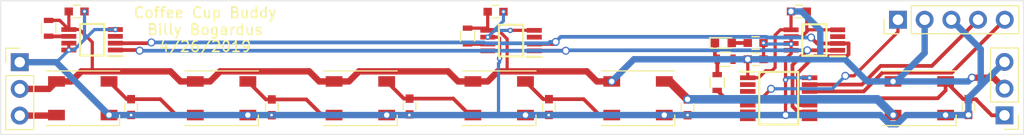
<source format=kicad_pcb>
(kicad_pcb (version 20171130) (host pcbnew "(5.1.0)-1")

  (general
    (thickness 1.6)
    (drawings 10)
    (tracks 293)
    (zones 0)
    (modules 29)
    (nets 28)
  )

  (page A)
  (title_block
    (title "Flex Coffee Buddy")
    (date 2019-04-01)
    (rev R1.0.0)
    (company "Billy Bogardus")
  )

  (layers
    (0 F.Cu signal)
    (31 B.Cu signal)
    (32 B.Adhes user)
    (33 F.Adhes user)
    (34 B.Paste user)
    (35 F.Paste user)
    (36 B.SilkS user)
    (37 F.SilkS user)
    (38 B.Mask user)
    (39 F.Mask user)
    (40 Dwgs.User user)
    (41 Cmts.User user)
    (42 Eco1.User user)
    (43 Eco2.User user)
    (44 Edge.Cuts user)
    (45 Margin user)
    (46 B.CrtYd user)
    (47 F.CrtYd user)
    (48 B.Fab user)
    (49 F.Fab user hide)
  )

  (setup
    (last_trace_width 0.1778)
    (user_trace_width 0.1778)
    (user_trace_width 0.254)
    (user_trace_width 0.3048)
    (user_trace_width 0.3556)
    (user_trace_width 0.6096)
    (user_trace_width 0.8128)
    (trace_clearance 0.1524)
    (zone_clearance 0.381)
    (zone_45_only no)
    (trace_min 0.1778)
    (via_size 0.8)
    (via_drill 0.4)
    (via_min_size 0.4)
    (via_min_drill 0.254)
    (user_via 0.508 0.254)
    (user_via 0.762 0.508)
    (uvia_size 0.3)
    (uvia_drill 0.1)
    (uvias_allowed no)
    (uvia_min_size 0.2)
    (uvia_min_drill 0.1)
    (edge_width 0.05)
    (segment_width 0.2)
    (pcb_text_width 0.3)
    (pcb_text_size 1.5 1.5)
    (mod_edge_width 0.12)
    (mod_text_size 1 1)
    (mod_text_width 0.15)
    (pad_size 1.524 1.524)
    (pad_drill 0.762)
    (pad_to_mask_clearance 0.0762)
    (solder_mask_min_width 0.25)
    (aux_axis_origin 0 0)
    (visible_elements 7FFFFF7F)
    (pcbplotparams
      (layerselection 0x010fc_ffffffff)
      (usegerberextensions false)
      (usegerberattributes false)
      (usegerberadvancedattributes false)
      (creategerberjobfile false)
      (excludeedgelayer true)
      (linewidth 0.100000)
      (plotframeref false)
      (viasonmask false)
      (mode 1)
      (useauxorigin false)
      (hpglpennumber 1)
      (hpglpenspeed 20)
      (hpglpendiameter 15.000000)
      (psnegative false)
      (psa4output false)
      (plotreference true)
      (plotvalue true)
      (plotinvisibletext false)
      (padsonsilk false)
      (subtractmaskfromsilk false)
      (outputformat 1)
      (mirror false)
      (drillshape 1)
      (scaleselection 1)
      (outputdirectory ""))
  )

  (net 0 "")
  (net 1 +5V)
  (net 2 GND)
  (net 3 "Net-(C2-Pad1)")
  (net 4 /LED2)
  (net 5 /LED3)
  (net 6 /MCLR)
  (net 7 "Net-(IC2-Pad2)")
  (net 8 "Net-(IC2-Pad3)")
  (net 9 "Net-(IC2-Pad7)")
  (net 10 SCL_5V)
  (net 11 SDA_5V)
  (net 12 /PGC)
  (net 13 /PGD)
  (net 14 /LED4)
  (net 15 "Net-(JP1-Pad1)")
  (net 16 /DIN)
  (net 17 /LED5)
  (net 18 /LED6)
  (net 19 "Net-(IC1-Pad3)")
  (net 20 "Net-(IC3-Pad6)")
  (net 21 "Net-(IC3-Pad3)")
  (net 22 "Net-(IC4-Pad3)")
  (net 23 "Net-(IC4-Pad7)")
  (net 24 /DOUT)
  (net 25 /SCL2)
  (net 26 /SDA2)
  (net 27 "Net-(IC2-Pad8)")

  (net_class Default "This is the default net class."
    (clearance 0.1524)
    (trace_width 0.1778)
    (via_dia 0.8)
    (via_drill 0.4)
    (uvia_dia 0.3)
    (uvia_drill 0.1)
    (diff_pair_width 0.1778)
    (diff_pair_gap 0.25)
    (add_net +5V)
    (add_net /DIN)
    (add_net /DOUT)
    (add_net /LED2)
    (add_net /LED3)
    (add_net /LED4)
    (add_net /LED5)
    (add_net /LED6)
    (add_net /MCLR)
    (add_net /PGC)
    (add_net /PGD)
    (add_net /SCL2)
    (add_net /SDA2)
    (add_net GND)
    (add_net "Net-(C2-Pad1)")
    (add_net "Net-(IC1-Pad3)")
    (add_net "Net-(IC2-Pad2)")
    (add_net "Net-(IC2-Pad3)")
    (add_net "Net-(IC2-Pad7)")
    (add_net "Net-(IC2-Pad8)")
    (add_net "Net-(IC3-Pad3)")
    (add_net "Net-(IC3-Pad6)")
    (add_net "Net-(IC4-Pad3)")
    (add_net "Net-(IC4-Pad7)")
    (add_net "Net-(JP1-Pad1)")
    (add_net SCL_5V)
    (add_net SDA_5V)
  )

  (net_class "Diode Pair" ""
    (clearance 0.254)
    (trace_width 0.254)
    (via_dia 0.8)
    (via_drill 0.4)
    (uvia_dia 0.3)
    (uvia_drill 0.1)
    (diff_pair_width 0.254)
    (diff_pair_gap 0.254)
  )

  (module Pin_Headers:Pin_Header_Straight_1x03_Pitch2.54mm (layer F.Cu) (tedit 59650532) (tstamp 5CBBC307)
    (at 116.1796 144.9324)
    (descr "Through hole straight pin header, 1x03, 2.54mm pitch, single row")
    (tags "Through hole pin header THT 1x03 2.54mm single row")
    (path /5CC1DD81)
    (fp_text reference J3 (at 0 -2.33) (layer F.SilkS) hide
      (effects (font (size 1 1) (thickness 0.15)))
    )
    (fp_text value Conn_01x03_Male (at 0 7.41) (layer F.Fab)
      (effects (font (size 1 1) (thickness 0.15)))
    )
    (fp_line (start -0.635 -1.27) (end 1.27 -1.27) (layer F.Fab) (width 0.1))
    (fp_line (start 1.27 -1.27) (end 1.27 6.35) (layer F.Fab) (width 0.1))
    (fp_line (start 1.27 6.35) (end -1.27 6.35) (layer F.Fab) (width 0.1))
    (fp_line (start -1.27 6.35) (end -1.27 -0.635) (layer F.Fab) (width 0.1))
    (fp_line (start -1.27 -0.635) (end -0.635 -1.27) (layer F.Fab) (width 0.1))
    (fp_line (start -1.33 6.41) (end 1.33 6.41) (layer F.SilkS) (width 0.12))
    (fp_line (start -1.33 1.27) (end -1.33 6.41) (layer F.SilkS) (width 0.12))
    (fp_line (start 1.33 1.27) (end 1.33 6.41) (layer F.SilkS) (width 0.12))
    (fp_line (start -1.33 1.27) (end 1.33 1.27) (layer F.SilkS) (width 0.12))
    (fp_line (start -1.33 0) (end -1.33 -1.33) (layer F.SilkS) (width 0.12))
    (fp_line (start -1.33 -1.33) (end 0 -1.33) (layer F.SilkS) (width 0.12))
    (fp_line (start -1.8 -1.8) (end -1.8 6.85) (layer F.CrtYd) (width 0.05))
    (fp_line (start -1.8 6.85) (end 1.8 6.85) (layer F.CrtYd) (width 0.05))
    (fp_line (start 1.8 6.85) (end 1.8 -1.8) (layer F.CrtYd) (width 0.05))
    (fp_line (start 1.8 -1.8) (end -1.8 -1.8) (layer F.CrtYd) (width 0.05))
    (fp_text user %R (at 0 2.54 -270) (layer F.Fab)
      (effects (font (size 1 1) (thickness 0.15)))
    )
    (pad 1 thru_hole rect (at 0 0) (size 1.7 1.7) (drill 1) (layers *.Cu *.Mask)
      (net 2 GND))
    (pad 2 thru_hole oval (at 0 2.54) (size 1.7 1.7) (drill 1) (layers *.Cu *.Mask)
      (net 1 +5V))
    (pad 3 thru_hole oval (at 0 5.08) (size 1.7 1.7) (drill 1) (layers *.Cu *.Mask)
      (net 24 /DOUT))
    (model ${KISYS3DMOD}/Pin_Headers.3dshapes/Pin_Header_Straight_1x03_Pitch2.54mm.wrl
      (at (xyz 0 0 0))
      (scale (xyz 1 1 1))
      (rotate (xyz 0 0 0))
    )
  )

  (module Pin_Headers:Pin_Header_Straight_1x03_Pitch2.54mm (layer F.Cu) (tedit 59650532) (tstamp 5CBBC2F0)
    (at 209.8548 149.987 180)
    (descr "Through hole straight pin header, 1x03, 2.54mm pitch, single row")
    (tags "Through hole pin header THT 1x03 2.54mm single row")
    (path /5CC17420)
    (fp_text reference J2 (at 0 -2.33 180) (layer F.SilkS) hide
      (effects (font (size 1 1) (thickness 0.15)))
    )
    (fp_text value Conn_01x03_Male (at 0 7.41 180) (layer F.Fab)
      (effects (font (size 1 1) (thickness 0.15)))
    )
    (fp_line (start -0.635 -1.27) (end 1.27 -1.27) (layer F.Fab) (width 0.1))
    (fp_line (start 1.27 -1.27) (end 1.27 6.35) (layer F.Fab) (width 0.1))
    (fp_line (start 1.27 6.35) (end -1.27 6.35) (layer F.Fab) (width 0.1))
    (fp_line (start -1.27 6.35) (end -1.27 -0.635) (layer F.Fab) (width 0.1))
    (fp_line (start -1.27 -0.635) (end -0.635 -1.27) (layer F.Fab) (width 0.1))
    (fp_line (start -1.33 6.41) (end 1.33 6.41) (layer F.SilkS) (width 0.12))
    (fp_line (start -1.33 1.27) (end -1.33 6.41) (layer F.SilkS) (width 0.12))
    (fp_line (start 1.33 1.27) (end 1.33 6.41) (layer F.SilkS) (width 0.12))
    (fp_line (start -1.33 1.27) (end 1.33 1.27) (layer F.SilkS) (width 0.12))
    (fp_line (start -1.33 0) (end -1.33 -1.33) (layer F.SilkS) (width 0.12))
    (fp_line (start -1.33 -1.33) (end 0 -1.33) (layer F.SilkS) (width 0.12))
    (fp_line (start -1.8 -1.8) (end -1.8 6.85) (layer F.CrtYd) (width 0.05))
    (fp_line (start -1.8 6.85) (end 1.8 6.85) (layer F.CrtYd) (width 0.05))
    (fp_line (start 1.8 6.85) (end 1.8 -1.8) (layer F.CrtYd) (width 0.05))
    (fp_line (start 1.8 -1.8) (end -1.8 -1.8) (layer F.CrtYd) (width 0.05))
    (fp_text user %R (at 0 2.54 270) (layer F.Fab)
      (effects (font (size 1 1) (thickness 0.15)))
    )
    (pad 1 thru_hole rect (at 0 0 180) (size 1.7 1.7) (drill 1) (layers *.Cu *.Mask)
      (net 16 /DIN))
    (pad 2 thru_hole oval (at 0 2.54 180) (size 1.7 1.7) (drill 1) (layers *.Cu *.Mask)
      (net 1 +5V))
    (pad 3 thru_hole oval (at 0 5.08 180) (size 1.7 1.7) (drill 1) (layers *.Cu *.Mask)
      (net 2 GND))
    (model ${KISYS3DMOD}/Pin_Headers.3dshapes/Pin_Header_Straight_1x03_Pitch2.54mm.wrl
      (at (xyz 0 0 0))
      (scale (xyz 1 1 1))
      (rotate (xyz 0 0 0))
    )
  )

  (module Pin_Headers:Pin_Header_Straight_1x05_Pitch2.54mm (layer F.Cu) (tedit 59650532) (tstamp 5CBBC2C2)
    (at 199.7202 140.8938 90)
    (descr "Through hole straight pin header, 1x05, 2.54mm pitch, single row")
    (tags "Through hole pin header THT 1x05 2.54mm single row")
    (path /5CAAEEF3)
    (fp_text reference J1 (at 0 -2.33 90) (layer F.SilkS) hide
      (effects (font (size 1 1) (thickness 0.15)))
    )
    (fp_text value Conn_01x05_Male (at 0 12.49 90) (layer F.Fab)
      (effects (font (size 1 1) (thickness 0.15)))
    )
    (fp_line (start -0.635 -1.27) (end 1.27 -1.27) (layer F.Fab) (width 0.1))
    (fp_line (start 1.27 -1.27) (end 1.27 11.43) (layer F.Fab) (width 0.1))
    (fp_line (start 1.27 11.43) (end -1.27 11.43) (layer F.Fab) (width 0.1))
    (fp_line (start -1.27 11.43) (end -1.27 -0.635) (layer F.Fab) (width 0.1))
    (fp_line (start -1.27 -0.635) (end -0.635 -1.27) (layer F.Fab) (width 0.1))
    (fp_line (start -1.33 11.49) (end 1.33 11.49) (layer F.SilkS) (width 0.12))
    (fp_line (start -1.33 1.27) (end -1.33 11.49) (layer F.SilkS) (width 0.12))
    (fp_line (start 1.33 1.27) (end 1.33 11.49) (layer F.SilkS) (width 0.12))
    (fp_line (start -1.33 1.27) (end 1.33 1.27) (layer F.SilkS) (width 0.12))
    (fp_line (start -1.33 0) (end -1.33 -1.33) (layer F.SilkS) (width 0.12))
    (fp_line (start -1.33 -1.33) (end 0 -1.33) (layer F.SilkS) (width 0.12))
    (fp_line (start -1.8 -1.8) (end -1.8 11.95) (layer F.CrtYd) (width 0.05))
    (fp_line (start -1.8 11.95) (end 1.8 11.95) (layer F.CrtYd) (width 0.05))
    (fp_line (start 1.8 11.95) (end 1.8 -1.8) (layer F.CrtYd) (width 0.05))
    (fp_line (start 1.8 -1.8) (end -1.8 -1.8) (layer F.CrtYd) (width 0.05))
    (fp_text user %R (at 0 5.08 180) (layer F.Fab)
      (effects (font (size 1 1) (thickness 0.15)))
    )
    (pad 1 thru_hole rect (at 0 0 90) (size 1.7 1.7) (drill 1) (layers *.Cu *.Mask)
      (net 6 /MCLR))
    (pad 2 thru_hole oval (at 0 2.54 90) (size 1.7 1.7) (drill 1) (layers *.Cu *.Mask)
      (net 1 +5V))
    (pad 3 thru_hole oval (at 0 5.08 90) (size 1.7 1.7) (drill 1) (layers *.Cu *.Mask)
      (net 2 GND))
    (pad 4 thru_hole oval (at 0 7.62 90) (size 1.7 1.7) (drill 1) (layers *.Cu *.Mask)
      (net 13 /PGD))
    (pad 5 thru_hole oval (at 0 10.16 90) (size 1.7 1.7) (drill 1) (layers *.Cu *.Mask)
      (net 12 /PGC))
    (model ${KISYS3DMOD}/Pin_Headers.3dshapes/Pin_Header_Straight_1x05_Pitch2.54mm.wrl
      (at (xyz 0 0 0))
      (scale (xyz 1 1 1))
      (rotate (xyz 0 0 0))
    )
  )

  (module Capacitors_SMD:C_0603 (layer F.Cu) (tedit 59958EE7) (tstamp 5CBBCC1C)
    (at 186.182 143.1036)
    (descr "Capacitor SMD 0603, reflow soldering, AVX (see smccp.pdf)")
    (tags "capacitor 0603")
    (path /5CB1C00C)
    (attr smd)
    (fp_text reference C2 (at 0 -1.5) (layer F.SilkS) hide
      (effects (font (size 1 1) (thickness 0.15)))
    )
    (fp_text value 0.1uF (at 0 1.5) (layer F.Fab)
      (effects (font (size 1 1) (thickness 0.15)))
    )
    (fp_line (start 1.4 0.65) (end -1.4 0.65) (layer F.CrtYd) (width 0.05))
    (fp_line (start 1.4 0.65) (end 1.4 -0.65) (layer F.CrtYd) (width 0.05))
    (fp_line (start -1.4 -0.65) (end -1.4 0.65) (layer F.CrtYd) (width 0.05))
    (fp_line (start -1.4 -0.65) (end 1.4 -0.65) (layer F.CrtYd) (width 0.05))
    (fp_line (start 0.35 0.6) (end -0.35 0.6) (layer F.SilkS) (width 0.12))
    (fp_line (start -0.35 -0.6) (end 0.35 -0.6) (layer F.SilkS) (width 0.12))
    (fp_line (start -0.8 -0.4) (end 0.8 -0.4) (layer F.Fab) (width 0.1))
    (fp_line (start 0.8 -0.4) (end 0.8 0.4) (layer F.Fab) (width 0.1))
    (fp_line (start 0.8 0.4) (end -0.8 0.4) (layer F.Fab) (width 0.1))
    (fp_line (start -0.8 0.4) (end -0.8 -0.4) (layer F.Fab) (width 0.1))
    (fp_text user %R (at 0 0) (layer F.Fab)
      (effects (font (size 0.3 0.3) (thickness 0.075)))
    )
    (pad 2 smd rect (at 0.75 0) (size 0.8 0.75) (layers F.Cu F.Paste F.Mask)
      (net 2 GND))
    (pad 1 smd rect (at -0.75 0) (size 0.8 0.75) (layers F.Cu F.Paste F.Mask)
      (net 3 "Net-(C2-Pad1)"))
    (model Capacitors_SMD.3dshapes/C_0603.wrl
      (at (xyz 0 0 0))
      (scale (xyz 1 1 1))
      (rotate (xyz 0 0 0))
    )
  )

  (module Capacitors_SMD:C_0603 (layer F.Cu) (tedit 59958EE7) (tstamp 5CAB9F3F)
    (at 206.4258 149.1996 270)
    (descr "Capacitor SMD 0603, reflow soldering, AVX (see smccp.pdf)")
    (tags "capacitor 0603")
    (path /5CAE7A91)
    (attr smd)
    (fp_text reference C3 (at 0 -1.5 270) (layer F.SilkS) hide
      (effects (font (size 1 1) (thickness 0.15)))
    )
    (fp_text value 15pF (at 0 1.5 270) (layer F.Fab)
      (effects (font (size 1 1) (thickness 0.15)))
    )
    (fp_line (start 1.4 0.65) (end -1.4 0.65) (layer F.CrtYd) (width 0.05))
    (fp_line (start 1.4 0.65) (end 1.4 -0.65) (layer F.CrtYd) (width 0.05))
    (fp_line (start -1.4 -0.65) (end -1.4 0.65) (layer F.CrtYd) (width 0.05))
    (fp_line (start -1.4 -0.65) (end 1.4 -0.65) (layer F.CrtYd) (width 0.05))
    (fp_line (start 0.35 0.6) (end -0.35 0.6) (layer F.SilkS) (width 0.12))
    (fp_line (start -0.35 -0.6) (end 0.35 -0.6) (layer F.SilkS) (width 0.12))
    (fp_line (start -0.8 -0.4) (end 0.8 -0.4) (layer F.Fab) (width 0.1))
    (fp_line (start 0.8 -0.4) (end 0.8 0.4) (layer F.Fab) (width 0.1))
    (fp_line (start 0.8 0.4) (end -0.8 0.4) (layer F.Fab) (width 0.1))
    (fp_line (start -0.8 0.4) (end -0.8 -0.4) (layer F.Fab) (width 0.1))
    (fp_text user %R (at 0 0 270) (layer F.Fab)
      (effects (font (size 0.3 0.3) (thickness 0.075)))
    )
    (pad 2 smd rect (at 0.75 0 270) (size 0.8 0.75) (layers F.Cu F.Paste F.Mask)
      (net 2 GND))
    (pad 1 smd rect (at -0.75 0 270) (size 0.8 0.75) (layers F.Cu F.Paste F.Mask)
      (net 16 /DIN))
    (model Capacitors_SMD.3dshapes/C_0603.wrl
      (at (xyz 0 0 0))
      (scale (xyz 1 1 1))
      (rotate (xyz 0 0 0))
    )
  )

  (module Capacitors_SMD:C_0603 (layer F.Cu) (tedit 59958EE7) (tstamp 5CAB9F61)
    (at 179.705 149.225 270)
    (descr "Capacitor SMD 0603, reflow soldering, AVX (see smccp.pdf)")
    (tags "capacitor 0603")
    (path /5CAE26AD)
    (attr smd)
    (fp_text reference C5 (at 0 -1.5 270) (layer F.SilkS) hide
      (effects (font (size 1 1) (thickness 0.15)))
    )
    (fp_text value 15pF (at 0 1.5 270) (layer F.Fab)
      (effects (font (size 1 1) (thickness 0.15)))
    )
    (fp_line (start 1.4 0.65) (end -1.4 0.65) (layer F.CrtYd) (width 0.05))
    (fp_line (start 1.4 0.65) (end 1.4 -0.65) (layer F.CrtYd) (width 0.05))
    (fp_line (start -1.4 -0.65) (end -1.4 0.65) (layer F.CrtYd) (width 0.05))
    (fp_line (start -1.4 -0.65) (end 1.4 -0.65) (layer F.CrtYd) (width 0.05))
    (fp_line (start 0.35 0.6) (end -0.35 0.6) (layer F.SilkS) (width 0.12))
    (fp_line (start -0.35 -0.6) (end 0.35 -0.6) (layer F.SilkS) (width 0.12))
    (fp_line (start -0.8 -0.4) (end 0.8 -0.4) (layer F.Fab) (width 0.1))
    (fp_line (start 0.8 -0.4) (end 0.8 0.4) (layer F.Fab) (width 0.1))
    (fp_line (start 0.8 0.4) (end -0.8 0.4) (layer F.Fab) (width 0.1))
    (fp_line (start -0.8 0.4) (end -0.8 -0.4) (layer F.Fab) (width 0.1))
    (fp_text user %R (at 0 0 270) (layer F.Fab)
      (effects (font (size 0.3 0.3) (thickness 0.075)))
    )
    (pad 2 smd rect (at 0.75 0 270) (size 0.8 0.75) (layers F.Cu F.Paste F.Mask)
      (net 2 GND))
    (pad 1 smd rect (at -0.75 0 270) (size 0.8 0.75) (layers F.Cu F.Paste F.Mask)
      (net 4 /LED2))
    (model Capacitors_SMD.3dshapes/C_0603.wrl
      (at (xyz 0 0 0))
      (scale (xyz 1 1 1))
      (rotate (xyz 0 0 0))
    )
  )

  (module Capacitors_SMD:C_0603 (layer F.Cu) (tedit 59958EE7) (tstamp 5CAB9FA5)
    (at 186.182 144.653)
    (descr "Capacitor SMD 0603, reflow soldering, AVX (see smccp.pdf)")
    (tags "capacitor 0603")
    (path /5CB06AAE)
    (attr smd)
    (fp_text reference C9 (at 0 -1.5) (layer F.SilkS) hide
      (effects (font (size 1 1) (thickness 0.15)))
    )
    (fp_text value 0.1uF (at 0 1.5) (layer F.Fab)
      (effects (font (size 1 1) (thickness 0.15)))
    )
    (fp_text user %R (at 0 0) (layer F.Fab)
      (effects (font (size 0.3 0.3) (thickness 0.075)))
    )
    (fp_line (start -0.8 0.4) (end -0.8 -0.4) (layer F.Fab) (width 0.1))
    (fp_line (start 0.8 0.4) (end -0.8 0.4) (layer F.Fab) (width 0.1))
    (fp_line (start 0.8 -0.4) (end 0.8 0.4) (layer F.Fab) (width 0.1))
    (fp_line (start -0.8 -0.4) (end 0.8 -0.4) (layer F.Fab) (width 0.1))
    (fp_line (start -0.35 -0.6) (end 0.35 -0.6) (layer F.SilkS) (width 0.12))
    (fp_line (start 0.35 0.6) (end -0.35 0.6) (layer F.SilkS) (width 0.12))
    (fp_line (start -1.4 -0.65) (end 1.4 -0.65) (layer F.CrtYd) (width 0.05))
    (fp_line (start -1.4 -0.65) (end -1.4 0.65) (layer F.CrtYd) (width 0.05))
    (fp_line (start 1.4 0.65) (end 1.4 -0.65) (layer F.CrtYd) (width 0.05))
    (fp_line (start 1.4 0.65) (end -1.4 0.65) (layer F.CrtYd) (width 0.05))
    (pad 1 smd rect (at -0.75 0) (size 0.8 0.75) (layers F.Cu F.Paste F.Mask)
      (net 1 +5V))
    (pad 2 smd rect (at 0.75 0) (size 0.8 0.75) (layers F.Cu F.Paste F.Mask)
      (net 2 GND))
    (model Capacitors_SMD.3dshapes/C_0603.wrl
      (at (xyz 0 0 0))
      (scale (xyz 1 1 1))
      (rotate (xyz 0 0 0))
    )
  )

  (module LEDs:LED_0603 (layer F.Cu) (tedit 57FE93A5) (tstamp 5CBBCBB4)
    (at 183.1086 143.1036)
    (descr "LED 0603 smd package")
    (tags "LED led 0603 SMD smd SMT smt smdled SMDLED smtled SMTLED")
    (path /5CB1CCF5)
    (attr smd)
    (fp_text reference JP1 (at 0 -1.25) (layer F.SilkS) hide
      (effects (font (size 1 1) (thickness 0.15)))
    )
    (fp_text value SolderJMOpen (at 0 1.35) (layer F.Fab)
      (effects (font (size 1 1) (thickness 0.15)))
    )
    (fp_line (start -1.45 -0.65) (end 1.45 -0.65) (layer F.CrtYd) (width 0.05))
    (fp_line (start -1.45 0.65) (end -1.45 -0.65) (layer F.CrtYd) (width 0.05))
    (fp_line (start 1.45 0.65) (end -1.45 0.65) (layer F.CrtYd) (width 0.05))
    (fp_line (start 1.45 -0.65) (end 1.45 0.65) (layer F.CrtYd) (width 0.05))
    (fp_line (start -1.3 -0.5) (end 0.8 -0.5) (layer F.SilkS) (width 0.12))
    (fp_line (start -1.3 0.5) (end 0.8 0.5) (layer F.SilkS) (width 0.12))
    (fp_line (start -0.8 0.4) (end -0.8 -0.4) (layer F.Fab) (width 0.1))
    (fp_line (start -0.8 -0.4) (end 0.8 -0.4) (layer F.Fab) (width 0.1))
    (fp_line (start 0.8 -0.4) (end 0.8 0.4) (layer F.Fab) (width 0.1))
    (fp_line (start 0.8 0.4) (end -0.8 0.4) (layer F.Fab) (width 0.1))
    (fp_line (start 0.15 -0.2) (end 0.15 0.2) (layer F.Fab) (width 0.1))
    (fp_line (start 0.15 0.2) (end -0.15 0) (layer F.Fab) (width 0.1))
    (fp_line (start -0.15 0) (end 0.15 -0.2) (layer F.Fab) (width 0.1))
    (fp_line (start -0.2 -0.2) (end -0.2 0.2) (layer F.Fab) (width 0.1))
    (fp_line (start -1.3 -0.5) (end -1.3 0.5) (layer F.SilkS) (width 0.12))
    (pad 1 smd rect (at -0.8 0 180) (size 0.8 0.8) (layers F.Cu F.Paste F.Mask)
      (net 15 "Net-(JP1-Pad1)"))
    (pad 2 smd rect (at 0.8 0 180) (size 0.8 0.8) (layers F.Cu F.Paste F.Mask)
      (net 3 "Net-(C2-Pad1)"))
    (model ${KISYS3DMOD}/LEDs.3dshapes/LED_0603.wrl
      (at (xyz 0 0 0))
      (scale (xyz 1 1 1))
      (rotate (xyz 0 0 180))
    )
  )

  (module LEDs:LED_WS2812B-PLCC4 (layer F.Cu) (tedit 587A6D9E) (tstamp 5CABBB69)
    (at 201.7522 148.3614)
    (descr http://www.world-semi.com/uploads/soft/150522/1-150522091P5.pdf)
    (tags "LED NeoPixel")
    (path /5CA305D3)
    (attr smd)
    (fp_text reference LED1 (at 0 -3.5) (layer F.SilkS) hide
      (effects (font (size 1 1) (thickness 0.15)))
    )
    (fp_text value WS2812B (at 0 4) (layer F.Fab)
      (effects (font (size 1 1) (thickness 0.15)))
    )
    (fp_line (start 3.75 -2.85) (end -3.75 -2.85) (layer F.CrtYd) (width 0.05))
    (fp_line (start 3.75 2.85) (end 3.75 -2.85) (layer F.CrtYd) (width 0.05))
    (fp_line (start -3.75 2.85) (end 3.75 2.85) (layer F.CrtYd) (width 0.05))
    (fp_line (start -3.75 -2.85) (end -3.75 2.85) (layer F.CrtYd) (width 0.05))
    (fp_line (start 2.5 1.5) (end 1.5 2.5) (layer F.Fab) (width 0.1))
    (fp_line (start -2.5 -2.5) (end -2.5 2.5) (layer F.Fab) (width 0.1))
    (fp_line (start -2.5 2.5) (end 2.5 2.5) (layer F.Fab) (width 0.1))
    (fp_line (start 2.5 2.5) (end 2.5 -2.5) (layer F.Fab) (width 0.1))
    (fp_line (start 2.5 -2.5) (end -2.5 -2.5) (layer F.Fab) (width 0.1))
    (fp_line (start -3.5 -2.6) (end 3.5 -2.6) (layer F.SilkS) (width 0.12))
    (fp_line (start -3.5 2.6) (end 3.5 2.6) (layer F.SilkS) (width 0.12))
    (fp_line (start 3.5 2.6) (end 3.5 1.6) (layer F.SilkS) (width 0.12))
    (fp_circle (center 0 0) (end 0 -2) (layer F.Fab) (width 0.1))
    (pad 3 smd rect (at 2.5 1.6) (size 1.6 1) (layers F.Cu F.Paste F.Mask)
      (net 2 GND))
    (pad 4 smd rect (at 2.5 -1.6) (size 1.6 1) (layers F.Cu F.Paste F.Mask)
      (net 16 /DIN))
    (pad 2 smd rect (at -2.5 1.6) (size 1.6 1) (layers F.Cu F.Paste F.Mask)
      (net 4 /LED2))
    (pad 1 smd rect (at -2.5 -1.6) (size 1.6 1) (layers F.Cu F.Paste F.Mask)
      (net 1 +5V))
    (model ${KISYS3DMOD}/LEDs.3dshapes/LED_WS2812B-PLCC4.wrl
      (at (xyz 0 0 0))
      (scale (xyz 0.39 0.39 0.39))
      (rotate (xyz 0 0 180))
    )
  )

  (module LEDs:LED_WS2812B-PLCC4 (layer F.Cu) (tedit 587A6D9E) (tstamp 5CABA8D9)
    (at 174.9928 148.3614)
    (descr http://www.world-semi.com/uploads/soft/150522/1-150522091P5.pdf)
    (tags "LED NeoPixel")
    (path /5CA30A27)
    (attr smd)
    (fp_text reference LED2 (at 0 -3.5) (layer F.SilkS) hide
      (effects (font (size 1 1) (thickness 0.15)))
    )
    (fp_text value WS2812B (at 0 4) (layer F.Fab)
      (effects (font (size 1 1) (thickness 0.15)))
    )
    (fp_circle (center 0 0) (end 0 -2) (layer F.Fab) (width 0.1))
    (fp_line (start 3.5 2.6) (end 3.5 1.6) (layer F.SilkS) (width 0.12))
    (fp_line (start -3.5 2.6) (end 3.5 2.6) (layer F.SilkS) (width 0.12))
    (fp_line (start -3.5 -2.6) (end 3.5 -2.6) (layer F.SilkS) (width 0.12))
    (fp_line (start 2.5 -2.5) (end -2.5 -2.5) (layer F.Fab) (width 0.1))
    (fp_line (start 2.5 2.5) (end 2.5 -2.5) (layer F.Fab) (width 0.1))
    (fp_line (start -2.5 2.5) (end 2.5 2.5) (layer F.Fab) (width 0.1))
    (fp_line (start -2.5 -2.5) (end -2.5 2.5) (layer F.Fab) (width 0.1))
    (fp_line (start 2.5 1.5) (end 1.5 2.5) (layer F.Fab) (width 0.1))
    (fp_line (start -3.75 -2.85) (end -3.75 2.85) (layer F.CrtYd) (width 0.05))
    (fp_line (start -3.75 2.85) (end 3.75 2.85) (layer F.CrtYd) (width 0.05))
    (fp_line (start 3.75 2.85) (end 3.75 -2.85) (layer F.CrtYd) (width 0.05))
    (fp_line (start 3.75 -2.85) (end -3.75 -2.85) (layer F.CrtYd) (width 0.05))
    (pad 1 smd rect (at -2.5 -1.6) (size 1.6 1) (layers F.Cu F.Paste F.Mask)
      (net 1 +5V))
    (pad 2 smd rect (at -2.5 1.6) (size 1.6 1) (layers F.Cu F.Paste F.Mask)
      (net 5 /LED3))
    (pad 4 smd rect (at 2.5 -1.6) (size 1.6 1) (layers F.Cu F.Paste F.Mask)
      (net 4 /LED2))
    (pad 3 smd rect (at 2.5 1.6) (size 1.6 1) (layers F.Cu F.Paste F.Mask)
      (net 2 GND))
    (model ${KISYS3DMOD}/LEDs.3dshapes/LED_WS2812B-PLCC4.wrl
      (at (xyz 0 0 0))
      (scale (xyz 0.39 0.39 0.39))
      (rotate (xyz 0 0 180))
    )
  )

  (module Resistors_SMD:R_0603 (layer F.Cu) (tedit 58E0A804) (tstamp 5CBBCBEC)
    (at 183.2864 144.653 180)
    (descr "Resistor SMD 0603, reflow soldering, Vishay (see dcrcw.pdf)")
    (tags "resistor 0603")
    (path /5CB146F5)
    (attr smd)
    (fp_text reference R1 (at 0 -1.45 180) (layer F.SilkS) hide
      (effects (font (size 1 1) (thickness 0.15)))
    )
    (fp_text value 10k (at 0 1.5 180) (layer F.Fab)
      (effects (font (size 1 1) (thickness 0.15)))
    )
    (fp_text user %R (at 0 0 180) (layer F.Fab)
      (effects (font (size 0.4 0.4) (thickness 0.075)))
    )
    (fp_line (start -0.8 0.4) (end -0.8 -0.4) (layer F.Fab) (width 0.1))
    (fp_line (start 0.8 0.4) (end -0.8 0.4) (layer F.Fab) (width 0.1))
    (fp_line (start 0.8 -0.4) (end 0.8 0.4) (layer F.Fab) (width 0.1))
    (fp_line (start -0.8 -0.4) (end 0.8 -0.4) (layer F.Fab) (width 0.1))
    (fp_line (start 0.5 0.68) (end -0.5 0.68) (layer F.SilkS) (width 0.12))
    (fp_line (start -0.5 -0.68) (end 0.5 -0.68) (layer F.SilkS) (width 0.12))
    (fp_line (start -1.25 -0.7) (end 1.25 -0.7) (layer F.CrtYd) (width 0.05))
    (fp_line (start -1.25 -0.7) (end -1.25 0.7) (layer F.CrtYd) (width 0.05))
    (fp_line (start 1.25 0.7) (end 1.25 -0.7) (layer F.CrtYd) (width 0.05))
    (fp_line (start 1.25 0.7) (end -1.25 0.7) (layer F.CrtYd) (width 0.05))
    (pad 1 smd rect (at -0.75 0 180) (size 0.5 0.9) (layers F.Cu F.Paste F.Mask)
      (net 1 +5V))
    (pad 2 smd rect (at 0.75 0 180) (size 0.5 0.9) (layers F.Cu F.Paste F.Mask)
      (net 15 "Net-(JP1-Pad1)"))
    (model ${KISYS3DMOD}/Resistors_SMD.3dshapes/R_0603.wrl
      (at (xyz 0 0 0))
      (scale (xyz 1 1 1))
      (rotate (xyz 0 0 0))
    )
  )

  (module Resistors_SMD:R_0603 (layer F.Cu) (tedit 58E0A804) (tstamp 5CBBCB80)
    (at 182.5244 146.8628 90)
    (descr "Resistor SMD 0603, reflow soldering, Vishay (see dcrcw.pdf)")
    (tags "resistor 0603")
    (path /5CB14BEA)
    (attr smd)
    (fp_text reference R2 (at 0 -1.45 90) (layer F.SilkS) hide
      (effects (font (size 1 1) (thickness 0.15)))
    )
    (fp_text value 10k (at 0 1.5 90) (layer F.Fab)
      (effects (font (size 1 1) (thickness 0.15)))
    )
    (fp_line (start 1.25 0.7) (end -1.25 0.7) (layer F.CrtYd) (width 0.05))
    (fp_line (start 1.25 0.7) (end 1.25 -0.7) (layer F.CrtYd) (width 0.05))
    (fp_line (start -1.25 -0.7) (end -1.25 0.7) (layer F.CrtYd) (width 0.05))
    (fp_line (start -1.25 -0.7) (end 1.25 -0.7) (layer F.CrtYd) (width 0.05))
    (fp_line (start -0.5 -0.68) (end 0.5 -0.68) (layer F.SilkS) (width 0.12))
    (fp_line (start 0.5 0.68) (end -0.5 0.68) (layer F.SilkS) (width 0.12))
    (fp_line (start -0.8 -0.4) (end 0.8 -0.4) (layer F.Fab) (width 0.1))
    (fp_line (start 0.8 -0.4) (end 0.8 0.4) (layer F.Fab) (width 0.1))
    (fp_line (start 0.8 0.4) (end -0.8 0.4) (layer F.Fab) (width 0.1))
    (fp_line (start -0.8 0.4) (end -0.8 -0.4) (layer F.Fab) (width 0.1))
    (fp_text user %R (at 0 0 90) (layer F.Fab)
      (effects (font (size 0.4 0.4) (thickness 0.075)))
    )
    (pad 2 smd rect (at 0.75 0 90) (size 0.5 0.9) (layers F.Cu F.Paste F.Mask)
      (net 15 "Net-(JP1-Pad1)"))
    (pad 1 smd rect (at -0.75 0 90) (size 0.5 0.9) (layers F.Cu F.Paste F.Mask)
      (net 6 /MCLR))
    (model ${KISYS3DMOD}/Resistors_SMD.3dshapes/R_0603.wrl
      (at (xyz 0 0 0))
      (scale (xyz 1 1 1))
      (rotate (xyz 0 0 0))
    )
  )

  (module Capacitors_SMD:C_0603 (layer F.Cu) (tedit 59958EE7) (tstamp 5CBBC20D)
    (at 166.5224 149.1996 270)
    (descr "Capacitor SMD 0603, reflow soldering, AVX (see smccp.pdf)")
    (tags "capacitor 0603")
    (path /5CC0BCF8)
    (attr smd)
    (fp_text reference C1 (at 0 -1.5 270) (layer F.SilkS) hide
      (effects (font (size 1 1) (thickness 0.15)))
    )
    (fp_text value 15pF (at 0 1.5 270) (layer F.Fab)
      (effects (font (size 1 1) (thickness 0.15)))
    )
    (fp_text user %R (at 0 0 270) (layer F.Fab)
      (effects (font (size 0.3 0.3) (thickness 0.075)))
    )
    (fp_line (start -0.8 0.4) (end -0.8 -0.4) (layer F.Fab) (width 0.1))
    (fp_line (start 0.8 0.4) (end -0.8 0.4) (layer F.Fab) (width 0.1))
    (fp_line (start 0.8 -0.4) (end 0.8 0.4) (layer F.Fab) (width 0.1))
    (fp_line (start -0.8 -0.4) (end 0.8 -0.4) (layer F.Fab) (width 0.1))
    (fp_line (start -0.35 -0.6) (end 0.35 -0.6) (layer F.SilkS) (width 0.12))
    (fp_line (start 0.35 0.6) (end -0.35 0.6) (layer F.SilkS) (width 0.12))
    (fp_line (start -1.4 -0.65) (end 1.4 -0.65) (layer F.CrtYd) (width 0.05))
    (fp_line (start -1.4 -0.65) (end -1.4 0.65) (layer F.CrtYd) (width 0.05))
    (fp_line (start 1.4 0.65) (end 1.4 -0.65) (layer F.CrtYd) (width 0.05))
    (fp_line (start 1.4 0.65) (end -1.4 0.65) (layer F.CrtYd) (width 0.05))
    (pad 1 smd rect (at -0.75 0 270) (size 0.8 0.75) (layers F.Cu F.Paste F.Mask)
      (net 5 /LED3))
    (pad 2 smd rect (at 0.75 0 270) (size 0.8 0.75) (layers F.Cu F.Paste F.Mask)
      (net 2 GND))
    (model Capacitors_SMD.3dshapes/C_0603.wrl
      (at (xyz 0 0 0))
      (scale (xyz 1 1 1))
      (rotate (xyz 0 0 0))
    )
  )

  (module Capacitors_SMD:C_0603 (layer F.Cu) (tedit 59958EE7) (tstamp 5CBBC21E)
    (at 153.2636 149.1488 270)
    (descr "Capacitor SMD 0603, reflow soldering, AVX (see smccp.pdf)")
    (tags "capacitor 0603")
    (path /5CC0E362)
    (attr smd)
    (fp_text reference C4 (at 0 -1.5 270) (layer F.SilkS) hide
      (effects (font (size 1 1) (thickness 0.15)))
    )
    (fp_text value 15pF (at 0 1.5 270) (layer F.Fab)
      (effects (font (size 1 1) (thickness 0.15)))
    )
    (fp_line (start 1.4 0.65) (end -1.4 0.65) (layer F.CrtYd) (width 0.05))
    (fp_line (start 1.4 0.65) (end 1.4 -0.65) (layer F.CrtYd) (width 0.05))
    (fp_line (start -1.4 -0.65) (end -1.4 0.65) (layer F.CrtYd) (width 0.05))
    (fp_line (start -1.4 -0.65) (end 1.4 -0.65) (layer F.CrtYd) (width 0.05))
    (fp_line (start 0.35 0.6) (end -0.35 0.6) (layer F.SilkS) (width 0.12))
    (fp_line (start -0.35 -0.6) (end 0.35 -0.6) (layer F.SilkS) (width 0.12))
    (fp_line (start -0.8 -0.4) (end 0.8 -0.4) (layer F.Fab) (width 0.1))
    (fp_line (start 0.8 -0.4) (end 0.8 0.4) (layer F.Fab) (width 0.1))
    (fp_line (start 0.8 0.4) (end -0.8 0.4) (layer F.Fab) (width 0.1))
    (fp_line (start -0.8 0.4) (end -0.8 -0.4) (layer F.Fab) (width 0.1))
    (fp_text user %R (at 0 0 270) (layer F.Fab)
      (effects (font (size 0.3 0.3) (thickness 0.075)))
    )
    (pad 2 smd rect (at 0.75 0 270) (size 0.8 0.75) (layers F.Cu F.Paste F.Mask)
      (net 2 GND))
    (pad 1 smd rect (at -0.75 0 270) (size 0.8 0.75) (layers F.Cu F.Paste F.Mask)
      (net 14 /LED4))
    (model Capacitors_SMD.3dshapes/C_0603.wrl
      (at (xyz 0 0 0))
      (scale (xyz 1 1 1))
      (rotate (xyz 0 0 0))
    )
  )

  (module Capacitors_SMD:C_0603 (layer F.Cu) (tedit 59958EE7) (tstamp 5CBBC22F)
    (at 140.1572 149.225 270)
    (descr "Capacitor SMD 0603, reflow soldering, AVX (see smccp.pdf)")
    (tags "capacitor 0603")
    (path /5CC107E4)
    (attr smd)
    (fp_text reference C6 (at 0 -1.5 270) (layer F.SilkS) hide
      (effects (font (size 1 1) (thickness 0.15)))
    )
    (fp_text value 15pF (at 0 1.5 270) (layer F.Fab)
      (effects (font (size 1 1) (thickness 0.15)))
    )
    (fp_text user %R (at 0 0 270) (layer F.Fab)
      (effects (font (size 0.3 0.3) (thickness 0.075)))
    )
    (fp_line (start -0.8 0.4) (end -0.8 -0.4) (layer F.Fab) (width 0.1))
    (fp_line (start 0.8 0.4) (end -0.8 0.4) (layer F.Fab) (width 0.1))
    (fp_line (start 0.8 -0.4) (end 0.8 0.4) (layer F.Fab) (width 0.1))
    (fp_line (start -0.8 -0.4) (end 0.8 -0.4) (layer F.Fab) (width 0.1))
    (fp_line (start -0.35 -0.6) (end 0.35 -0.6) (layer F.SilkS) (width 0.12))
    (fp_line (start 0.35 0.6) (end -0.35 0.6) (layer F.SilkS) (width 0.12))
    (fp_line (start -1.4 -0.65) (end 1.4 -0.65) (layer F.CrtYd) (width 0.05))
    (fp_line (start -1.4 -0.65) (end -1.4 0.65) (layer F.CrtYd) (width 0.05))
    (fp_line (start 1.4 0.65) (end 1.4 -0.65) (layer F.CrtYd) (width 0.05))
    (fp_line (start 1.4 0.65) (end -1.4 0.65) (layer F.CrtYd) (width 0.05))
    (pad 1 smd rect (at -0.75 0 270) (size 0.8 0.75) (layers F.Cu F.Paste F.Mask)
      (net 17 /LED5))
    (pad 2 smd rect (at 0.75 0 270) (size 0.8 0.75) (layers F.Cu F.Paste F.Mask)
      (net 2 GND))
    (model Capacitors_SMD.3dshapes/C_0603.wrl
      (at (xyz 0 0 0))
      (scale (xyz 1 1 1))
      (rotate (xyz 0 0 0))
    )
  )

  (module Capacitors_SMD:C_0603 (layer F.Cu) (tedit 59958EE7) (tstamp 5CBBC240)
    (at 126.7714 149.1996 270)
    (descr "Capacitor SMD 0603, reflow soldering, AVX (see smccp.pdf)")
    (tags "capacitor 0603")
    (path /5CC12666)
    (attr smd)
    (fp_text reference C7 (at 0 -1.5 270) (layer F.SilkS) hide
      (effects (font (size 1 1) (thickness 0.15)))
    )
    (fp_text value 15pF (at 0 1.5 270) (layer F.Fab)
      (effects (font (size 1 1) (thickness 0.15)))
    )
    (fp_line (start 1.4 0.65) (end -1.4 0.65) (layer F.CrtYd) (width 0.05))
    (fp_line (start 1.4 0.65) (end 1.4 -0.65) (layer F.CrtYd) (width 0.05))
    (fp_line (start -1.4 -0.65) (end -1.4 0.65) (layer F.CrtYd) (width 0.05))
    (fp_line (start -1.4 -0.65) (end 1.4 -0.65) (layer F.CrtYd) (width 0.05))
    (fp_line (start 0.35 0.6) (end -0.35 0.6) (layer F.SilkS) (width 0.12))
    (fp_line (start -0.35 -0.6) (end 0.35 -0.6) (layer F.SilkS) (width 0.12))
    (fp_line (start -0.8 -0.4) (end 0.8 -0.4) (layer F.Fab) (width 0.1))
    (fp_line (start 0.8 -0.4) (end 0.8 0.4) (layer F.Fab) (width 0.1))
    (fp_line (start 0.8 0.4) (end -0.8 0.4) (layer F.Fab) (width 0.1))
    (fp_line (start -0.8 0.4) (end -0.8 -0.4) (layer F.Fab) (width 0.1))
    (fp_text user %R (at 0 0 270) (layer F.Fab)
      (effects (font (size 0.3 0.3) (thickness 0.075)))
    )
    (pad 2 smd rect (at 0.75 0 270) (size 0.8 0.75) (layers F.Cu F.Paste F.Mask)
      (net 2 GND))
    (pad 1 smd rect (at -0.75 0 270) (size 0.8 0.75) (layers F.Cu F.Paste F.Mask)
      (net 18 /LED6))
    (model Capacitors_SMD.3dshapes/C_0603.wrl
      (at (xyz 0 0 0))
      (scale (xyz 1 1 1))
      (rotate (xyz 0 0 0))
    )
  )

  (module Capacitors_SMD:C_0603 (layer F.Cu) (tedit 59958EE7) (tstamp 5CBBC251)
    (at 121.5898 140.1064)
    (descr "Capacitor SMD 0603, reflow soldering, AVX (see smccp.pdf)")
    (tags "capacitor 0603")
    (path /5CBD0BEA)
    (attr smd)
    (fp_text reference C8 (at 0 -1.5) (layer F.SilkS) hide
      (effects (font (size 1 1) (thickness 0.15)))
    )
    (fp_text value 0.1uF (at 0 1.5) (layer F.Fab)
      (effects (font (size 1 1) (thickness 0.15)))
    )
    (fp_text user %R (at 0 0) (layer F.Fab)
      (effects (font (size 0.3 0.3) (thickness 0.075)))
    )
    (fp_line (start -0.8 0.4) (end -0.8 -0.4) (layer F.Fab) (width 0.1))
    (fp_line (start 0.8 0.4) (end -0.8 0.4) (layer F.Fab) (width 0.1))
    (fp_line (start 0.8 -0.4) (end 0.8 0.4) (layer F.Fab) (width 0.1))
    (fp_line (start -0.8 -0.4) (end 0.8 -0.4) (layer F.Fab) (width 0.1))
    (fp_line (start -0.35 -0.6) (end 0.35 -0.6) (layer F.SilkS) (width 0.12))
    (fp_line (start 0.35 0.6) (end -0.35 0.6) (layer F.SilkS) (width 0.12))
    (fp_line (start -1.4 -0.65) (end 1.4 -0.65) (layer F.CrtYd) (width 0.05))
    (fp_line (start -1.4 -0.65) (end -1.4 0.65) (layer F.CrtYd) (width 0.05))
    (fp_line (start 1.4 0.65) (end 1.4 -0.65) (layer F.CrtYd) (width 0.05))
    (fp_line (start 1.4 0.65) (end -1.4 0.65) (layer F.CrtYd) (width 0.05))
    (pad 1 smd rect (at -0.75 0) (size 0.8 0.75) (layers F.Cu F.Paste F.Mask)
      (net 1 +5V))
    (pad 2 smd rect (at 0.75 0) (size 0.8 0.75) (layers F.Cu F.Paste F.Mask)
      (net 2 GND))
    (model Capacitors_SMD.3dshapes/C_0603.wrl
      (at (xyz 0 0 0))
      (scale (xyz 1 1 1))
      (rotate (xyz 0 0 0))
    )
  )

  (module Capacitors_SMD:C_0603 (layer F.Cu) (tedit 59958EE7) (tstamp 5CBBC262)
    (at 161.4424 140.1318)
    (descr "Capacitor SMD 0603, reflow soldering, AVX (see smccp.pdf)")
    (tags "capacitor 0603")
    (path /5CBD1C79)
    (attr smd)
    (fp_text reference C10 (at 0 -1.5) (layer F.SilkS) hide
      (effects (font (size 1 1) (thickness 0.15)))
    )
    (fp_text value 0.1uF (at 0 1.5) (layer F.Fab)
      (effects (font (size 1 1) (thickness 0.15)))
    )
    (fp_line (start 1.4 0.65) (end -1.4 0.65) (layer F.CrtYd) (width 0.05))
    (fp_line (start 1.4 0.65) (end 1.4 -0.65) (layer F.CrtYd) (width 0.05))
    (fp_line (start -1.4 -0.65) (end -1.4 0.65) (layer F.CrtYd) (width 0.05))
    (fp_line (start -1.4 -0.65) (end 1.4 -0.65) (layer F.CrtYd) (width 0.05))
    (fp_line (start 0.35 0.6) (end -0.35 0.6) (layer F.SilkS) (width 0.12))
    (fp_line (start -0.35 -0.6) (end 0.35 -0.6) (layer F.SilkS) (width 0.12))
    (fp_line (start -0.8 -0.4) (end 0.8 -0.4) (layer F.Fab) (width 0.1))
    (fp_line (start 0.8 -0.4) (end 0.8 0.4) (layer F.Fab) (width 0.1))
    (fp_line (start 0.8 0.4) (end -0.8 0.4) (layer F.Fab) (width 0.1))
    (fp_line (start -0.8 0.4) (end -0.8 -0.4) (layer F.Fab) (width 0.1))
    (fp_text user %R (at 0 0) (layer F.Fab)
      (effects (font (size 0.3 0.3) (thickness 0.075)))
    )
    (pad 2 smd rect (at 0.75 0) (size 0.8 0.75) (layers F.Cu F.Paste F.Mask)
      (net 2 GND))
    (pad 1 smd rect (at -0.75 0) (size 0.8 0.75) (layers F.Cu F.Paste F.Mask)
      (net 1 +5V))
    (model Capacitors_SMD.3dshapes/C_0603.wrl
      (at (xyz 0 0 0))
      (scale (xyz 1 1 1))
      (rotate (xyz 0 0 0))
    )
  )

  (module Capacitors_SMD:C_0603 (layer F.Cu) (tedit 59958EE7) (tstamp 5CBBC273)
    (at 190.2968 140.1064)
    (descr "Capacitor SMD 0603, reflow soldering, AVX (see smccp.pdf)")
    (tags "capacitor 0603")
    (path /5CBD326C)
    (attr smd)
    (fp_text reference C11 (at 0 -1.5) (layer F.SilkS) hide
      (effects (font (size 1 1) (thickness 0.15)))
    )
    (fp_text value 0.1uF (at 0 1.5) (layer F.Fab)
      (effects (font (size 1 1) (thickness 0.15)))
    )
    (fp_text user %R (at 0 0) (layer F.Fab)
      (effects (font (size 0.3 0.3) (thickness 0.075)))
    )
    (fp_line (start -0.8 0.4) (end -0.8 -0.4) (layer F.Fab) (width 0.1))
    (fp_line (start 0.8 0.4) (end -0.8 0.4) (layer F.Fab) (width 0.1))
    (fp_line (start 0.8 -0.4) (end 0.8 0.4) (layer F.Fab) (width 0.1))
    (fp_line (start -0.8 -0.4) (end 0.8 -0.4) (layer F.Fab) (width 0.1))
    (fp_line (start -0.35 -0.6) (end 0.35 -0.6) (layer F.SilkS) (width 0.12))
    (fp_line (start 0.35 0.6) (end -0.35 0.6) (layer F.SilkS) (width 0.12))
    (fp_line (start -1.4 -0.65) (end 1.4 -0.65) (layer F.CrtYd) (width 0.05))
    (fp_line (start -1.4 -0.65) (end -1.4 0.65) (layer F.CrtYd) (width 0.05))
    (fp_line (start 1.4 0.65) (end 1.4 -0.65) (layer F.CrtYd) (width 0.05))
    (fp_line (start 1.4 0.65) (end -1.4 0.65) (layer F.CrtYd) (width 0.05))
    (pad 1 smd rect (at -0.75 0) (size 0.8 0.75) (layers F.Cu F.Paste F.Mask)
      (net 1 +5V))
    (pad 2 smd rect (at 0.75 0) (size 0.8 0.75) (layers F.Cu F.Paste F.Mask)
      (net 2 GND))
    (model Capacitors_SMD.3dshapes/C_0603.wrl
      (at (xyz 0 0 0))
      (scale (xyz 1 1 1))
      (rotate (xyz 0 0 0))
    )
  )

  (module SamacSys_Parts:SOP65P490X110-8N (layer F.Cu) (tedit 5CBBB26E) (tstamp 5CBBC28D)
    (at 191.77 142.8242 180)
    (descr TSSOP8)
    (tags "Integrated Circuit")
    (path /5CBC3AB0)
    (attr smd)
    (fp_text reference IC1 (at 0 0 180) (layer F.SilkS) hide
      (effects (font (size 1.27 1.27) (thickness 0.254)))
    )
    (fp_text value LM75BDP,118 (at 0 0 180) (layer F.SilkS) hide
      (effects (font (size 1.27 1.27) (thickness 0.254)))
    )
    (fp_line (start -3.175 -1.8) (end 3.175 -1.8) (layer Dwgs.User) (width 0.05))
    (fp_line (start 3.175 -1.8) (end 3.175 1.8) (layer Dwgs.User) (width 0.05))
    (fp_line (start 3.175 1.8) (end -3.175 1.8) (layer Dwgs.User) (width 0.05))
    (fp_line (start -3.175 1.8) (end -3.175 -1.8) (layer Dwgs.User) (width 0.05))
    (fp_line (start -1.5 -1.5) (end 1.5 -1.5) (layer Dwgs.User) (width 0.1))
    (fp_line (start 1.5 -1.5) (end 1.5 1.5) (layer Dwgs.User) (width 0.1))
    (fp_line (start 1.5 1.5) (end -1.5 1.5) (layer Dwgs.User) (width 0.1))
    (fp_line (start -1.5 1.5) (end -1.5 -1.5) (layer Dwgs.User) (width 0.1))
    (fp_line (start -1.5 -0.85) (end -0.85 -1.5) (layer Dwgs.User) (width 0.1))
    (fp_line (start -1.15 -1.5) (end 1.15 -1.5) (layer F.SilkS) (width 0.2))
    (fp_line (start 1.15 -1.5) (end 1.15 1.5) (layer F.SilkS) (width 0.2))
    (fp_line (start 1.15 1.5) (end -1.15 1.5) (layer F.SilkS) (width 0.2))
    (fp_line (start -1.15 1.5) (end -1.15 -1.5) (layer F.SilkS) (width 0.2))
    (fp_line (start -2.925 -1.55) (end -1.5 -1.55) (layer F.SilkS) (width 0.2))
    (pad 1 smd rect (at -2.212 -0.975 270) (size 0.45 1.425) (layers F.Cu F.Paste F.Mask)
      (net 11 SDA_5V))
    (pad 2 smd rect (at -2.212 -0.325 270) (size 0.45 1.425) (layers F.Cu F.Paste F.Mask)
      (net 10 SCL_5V))
    (pad 3 smd rect (at -2.212 0.325 270) (size 0.45 1.425) (layers F.Cu F.Paste F.Mask)
      (net 19 "Net-(IC1-Pad3)"))
    (pad 4 smd rect (at -2.212 0.975 270) (size 0.45 1.425) (layers F.Cu F.Paste F.Mask)
      (net 2 GND))
    (pad 5 smd rect (at 2.212 0.975 270) (size 0.45 1.425) (layers F.Cu F.Paste F.Mask)
      (net 1 +5V))
    (pad 6 smd rect (at 2.212 0.325 270) (size 0.45 1.425) (layers F.Cu F.Paste F.Mask)
      (net 2 GND))
    (pad 7 smd rect (at 2.212 -0.325 270) (size 0.45 1.425) (layers F.Cu F.Paste F.Mask)
      (net 2 GND))
    (pad 8 smd rect (at 2.212 -0.975 270) (size 0.45 1.425) (layers F.Cu F.Paste F.Mask)
      (net 2 GND))
  )

  (module SamacSys_Parts:SOP65P490X110-8N (layer F.Cu) (tedit 5CBBB26E) (tstamp 5CBBD03E)
    (at 123.063 142.7988 180)
    (descr TSSOP8)
    (tags "Integrated Circuit")
    (path /5CBC5752)
    (attr smd)
    (fp_text reference IC3 (at 0 0 180) (layer F.SilkS) hide
      (effects (font (size 1.27 1.27) (thickness 0.254)))
    )
    (fp_text value LM75BDP,118 (at 0 0 180) (layer F.SilkS) hide
      (effects (font (size 1.27 1.27) (thickness 0.254)))
    )
    (fp_line (start -2.925 -1.55) (end -1.5 -1.55) (layer F.SilkS) (width 0.2))
    (fp_line (start -1.15 1.5) (end -1.15 -1.5) (layer F.SilkS) (width 0.2))
    (fp_line (start 1.15 1.5) (end -1.15 1.5) (layer F.SilkS) (width 0.2))
    (fp_line (start 1.15 -1.5) (end 1.15 1.5) (layer F.SilkS) (width 0.2))
    (fp_line (start -1.15 -1.5) (end 1.15 -1.5) (layer F.SilkS) (width 0.2))
    (fp_line (start -1.5 -0.85) (end -0.85 -1.5) (layer Dwgs.User) (width 0.1))
    (fp_line (start -1.5 1.5) (end -1.5 -1.5) (layer Dwgs.User) (width 0.1))
    (fp_line (start 1.5 1.5) (end -1.5 1.5) (layer Dwgs.User) (width 0.1))
    (fp_line (start 1.5 -1.5) (end 1.5 1.5) (layer Dwgs.User) (width 0.1))
    (fp_line (start -1.5 -1.5) (end 1.5 -1.5) (layer Dwgs.User) (width 0.1))
    (fp_line (start -3.175 1.8) (end -3.175 -1.8) (layer Dwgs.User) (width 0.05))
    (fp_line (start 3.175 1.8) (end -3.175 1.8) (layer Dwgs.User) (width 0.05))
    (fp_line (start 3.175 -1.8) (end 3.175 1.8) (layer Dwgs.User) (width 0.05))
    (fp_line (start -3.175 -1.8) (end 3.175 -1.8) (layer Dwgs.User) (width 0.05))
    (pad 8 smd rect (at 2.212 -0.975 270) (size 0.45 1.425) (layers F.Cu F.Paste F.Mask)
      (net 2 GND))
    (pad 7 smd rect (at 2.212 -0.325 270) (size 0.45 1.425) (layers F.Cu F.Paste F.Mask)
      (net 2 GND))
    (pad 6 smd rect (at 2.212 0.325 270) (size 0.45 1.425) (layers F.Cu F.Paste F.Mask)
      (net 20 "Net-(IC3-Pad6)"))
    (pad 5 smd rect (at 2.212 0.975 270) (size 0.45 1.425) (layers F.Cu F.Paste F.Mask)
      (net 1 +5V))
    (pad 4 smd rect (at -2.212 0.975 270) (size 0.45 1.425) (layers F.Cu F.Paste F.Mask)
      (net 2 GND))
    (pad 3 smd rect (at -2.212 0.325 270) (size 0.45 1.425) (layers F.Cu F.Paste F.Mask)
      (net 21 "Net-(IC3-Pad3)"))
    (pad 2 smd rect (at -2.212 -0.325 270) (size 0.45 1.425) (layers F.Cu F.Paste F.Mask)
      (net 10 SCL_5V))
    (pad 1 smd rect (at -2.212 -0.975 270) (size 0.45 1.425) (layers F.Cu F.Paste F.Mask)
      (net 11 SDA_5V))
  )

  (module SamacSys_Parts:SOP65P490X110-8N (layer F.Cu) (tedit 5CBBB26E) (tstamp 5CBBC2C1)
    (at 162.9156 142.875 180)
    (descr TSSOP8)
    (tags "Integrated Circuit")
    (path /5CBC631C)
    (attr smd)
    (fp_text reference IC4 (at 0 0 180) (layer F.SilkS) hide
      (effects (font (size 1.27 1.27) (thickness 0.254)))
    )
    (fp_text value LM75BDP,118 (at 0 0 180) (layer F.SilkS) hide
      (effects (font (size 1.27 1.27) (thickness 0.254)))
    )
    (fp_line (start -3.175 -1.8) (end 3.175 -1.8) (layer Dwgs.User) (width 0.05))
    (fp_line (start 3.175 -1.8) (end 3.175 1.8) (layer Dwgs.User) (width 0.05))
    (fp_line (start 3.175 1.8) (end -3.175 1.8) (layer Dwgs.User) (width 0.05))
    (fp_line (start -3.175 1.8) (end -3.175 -1.8) (layer Dwgs.User) (width 0.05))
    (fp_line (start -1.5 -1.5) (end 1.5 -1.5) (layer Dwgs.User) (width 0.1))
    (fp_line (start 1.5 -1.5) (end 1.5 1.5) (layer Dwgs.User) (width 0.1))
    (fp_line (start 1.5 1.5) (end -1.5 1.5) (layer Dwgs.User) (width 0.1))
    (fp_line (start -1.5 1.5) (end -1.5 -1.5) (layer Dwgs.User) (width 0.1))
    (fp_line (start -1.5 -0.85) (end -0.85 -1.5) (layer Dwgs.User) (width 0.1))
    (fp_line (start -1.15 -1.5) (end 1.15 -1.5) (layer F.SilkS) (width 0.2))
    (fp_line (start 1.15 -1.5) (end 1.15 1.5) (layer F.SilkS) (width 0.2))
    (fp_line (start 1.15 1.5) (end -1.15 1.5) (layer F.SilkS) (width 0.2))
    (fp_line (start -1.15 1.5) (end -1.15 -1.5) (layer F.SilkS) (width 0.2))
    (fp_line (start -2.925 -1.55) (end -1.5 -1.55) (layer F.SilkS) (width 0.2))
    (pad 1 smd rect (at -2.212 -0.975 270) (size 0.45 1.425) (layers F.Cu F.Paste F.Mask)
      (net 11 SDA_5V))
    (pad 2 smd rect (at -2.212 -0.325 270) (size 0.45 1.425) (layers F.Cu F.Paste F.Mask)
      (net 10 SCL_5V))
    (pad 3 smd rect (at -2.212 0.325 270) (size 0.45 1.425) (layers F.Cu F.Paste F.Mask)
      (net 22 "Net-(IC4-Pad3)"))
    (pad 4 smd rect (at -2.212 0.975 270) (size 0.45 1.425) (layers F.Cu F.Paste F.Mask)
      (net 2 GND))
    (pad 5 smd rect (at 2.212 0.975 270) (size 0.45 1.425) (layers F.Cu F.Paste F.Mask)
      (net 1 +5V))
    (pad 6 smd rect (at 2.212 0.325 270) (size 0.45 1.425) (layers F.Cu F.Paste F.Mask)
      (net 2 GND))
    (pad 7 smd rect (at 2.212 -0.325 270) (size 0.45 1.425) (layers F.Cu F.Paste F.Mask)
      (net 23 "Net-(IC4-Pad7)"))
    (pad 8 smd rect (at 2.212 -0.975 270) (size 0.45 1.425) (layers F.Cu F.Paste F.Mask)
      (net 2 GND))
  )

  (module LEDs:LED_WS2812B-PLCC4 (layer F.Cu) (tedit 587A6D9E) (tstamp 5CBBC31C)
    (at 161.7881 148.3614)
    (descr http://www.world-semi.com/uploads/soft/150522/1-150522091P5.pdf)
    (tags "LED NeoPixel")
    (path /5CC0BCE2)
    (attr smd)
    (fp_text reference LED3 (at 0 -3.5) (layer F.SilkS) hide
      (effects (font (size 1 1) (thickness 0.15)))
    )
    (fp_text value WS2812B (at 0 4) (layer F.Fab)
      (effects (font (size 1 1) (thickness 0.15)))
    )
    (fp_circle (center 0 0) (end 0 -2) (layer F.Fab) (width 0.1))
    (fp_line (start 3.5 2.6) (end 3.5 1.6) (layer F.SilkS) (width 0.12))
    (fp_line (start -3.5 2.6) (end 3.5 2.6) (layer F.SilkS) (width 0.12))
    (fp_line (start -3.5 -2.6) (end 3.5 -2.6) (layer F.SilkS) (width 0.12))
    (fp_line (start 2.5 -2.5) (end -2.5 -2.5) (layer F.Fab) (width 0.1))
    (fp_line (start 2.5 2.5) (end 2.5 -2.5) (layer F.Fab) (width 0.1))
    (fp_line (start -2.5 2.5) (end 2.5 2.5) (layer F.Fab) (width 0.1))
    (fp_line (start -2.5 -2.5) (end -2.5 2.5) (layer F.Fab) (width 0.1))
    (fp_line (start 2.5 1.5) (end 1.5 2.5) (layer F.Fab) (width 0.1))
    (fp_line (start -3.75 -2.85) (end -3.75 2.85) (layer F.CrtYd) (width 0.05))
    (fp_line (start -3.75 2.85) (end 3.75 2.85) (layer F.CrtYd) (width 0.05))
    (fp_line (start 3.75 2.85) (end 3.75 -2.85) (layer F.CrtYd) (width 0.05))
    (fp_line (start 3.75 -2.85) (end -3.75 -2.85) (layer F.CrtYd) (width 0.05))
    (pad 1 smd rect (at -2.5 -1.6) (size 1.6 1) (layers F.Cu F.Paste F.Mask)
      (net 1 +5V))
    (pad 2 smd rect (at -2.5 1.6) (size 1.6 1) (layers F.Cu F.Paste F.Mask)
      (net 14 /LED4))
    (pad 4 smd rect (at 2.5 -1.6) (size 1.6 1) (layers F.Cu F.Paste F.Mask)
      (net 5 /LED3))
    (pad 3 smd rect (at 2.5 1.6) (size 1.6 1) (layers F.Cu F.Paste F.Mask)
      (net 2 GND))
    (model ${KISYS3DMOD}/LEDs.3dshapes/LED_WS2812B-PLCC4.wrl
      (at (xyz 0 0 0))
      (scale (xyz 0.39 0.39 0.39))
      (rotate (xyz 0 0 180))
    )
  )

  (module LEDs:LED_WS2812B-PLCC4 (layer F.Cu) (tedit 587A6D9E) (tstamp 5CBBC331)
    (at 148.5834 148.3614)
    (descr http://www.world-semi.com/uploads/soft/150522/1-150522091P5.pdf)
    (tags "LED NeoPixel")
    (path /5CC0E34C)
    (attr smd)
    (fp_text reference LED4 (at 0 -3.5) (layer F.SilkS) hide
      (effects (font (size 1 1) (thickness 0.15)))
    )
    (fp_text value WS2812B (at 0 4) (layer F.Fab)
      (effects (font (size 1 1) (thickness 0.15)))
    )
    (fp_line (start 3.75 -2.85) (end -3.75 -2.85) (layer F.CrtYd) (width 0.05))
    (fp_line (start 3.75 2.85) (end 3.75 -2.85) (layer F.CrtYd) (width 0.05))
    (fp_line (start -3.75 2.85) (end 3.75 2.85) (layer F.CrtYd) (width 0.05))
    (fp_line (start -3.75 -2.85) (end -3.75 2.85) (layer F.CrtYd) (width 0.05))
    (fp_line (start 2.5 1.5) (end 1.5 2.5) (layer F.Fab) (width 0.1))
    (fp_line (start -2.5 -2.5) (end -2.5 2.5) (layer F.Fab) (width 0.1))
    (fp_line (start -2.5 2.5) (end 2.5 2.5) (layer F.Fab) (width 0.1))
    (fp_line (start 2.5 2.5) (end 2.5 -2.5) (layer F.Fab) (width 0.1))
    (fp_line (start 2.5 -2.5) (end -2.5 -2.5) (layer F.Fab) (width 0.1))
    (fp_line (start -3.5 -2.6) (end 3.5 -2.6) (layer F.SilkS) (width 0.12))
    (fp_line (start -3.5 2.6) (end 3.5 2.6) (layer F.SilkS) (width 0.12))
    (fp_line (start 3.5 2.6) (end 3.5 1.6) (layer F.SilkS) (width 0.12))
    (fp_circle (center 0 0) (end 0 -2) (layer F.Fab) (width 0.1))
    (pad 3 smd rect (at 2.5 1.6) (size 1.6 1) (layers F.Cu F.Paste F.Mask)
      (net 2 GND))
    (pad 4 smd rect (at 2.5 -1.6) (size 1.6 1) (layers F.Cu F.Paste F.Mask)
      (net 14 /LED4))
    (pad 2 smd rect (at -2.5 1.6) (size 1.6 1) (layers F.Cu F.Paste F.Mask)
      (net 17 /LED5))
    (pad 1 smd rect (at -2.5 -1.6) (size 1.6 1) (layers F.Cu F.Paste F.Mask)
      (net 1 +5V))
    (model ${KISYS3DMOD}/LEDs.3dshapes/LED_WS2812B-PLCC4.wrl
      (at (xyz 0 0 0))
      (scale (xyz 0.39 0.39 0.39))
      (rotate (xyz 0 0 180))
    )
  )

  (module LEDs:LED_WS2812B-PLCC4 (layer F.Cu) (tedit 587A6D9E) (tstamp 5CBBD39C)
    (at 135.3787 148.3614)
    (descr http://www.world-semi.com/uploads/soft/150522/1-150522091P5.pdf)
    (tags "LED NeoPixel")
    (path /5CC107CE)
    (attr smd)
    (fp_text reference LED5 (at 0 -3.5) (layer F.SilkS) hide
      (effects (font (size 1 1) (thickness 0.15)))
    )
    (fp_text value WS2812B (at 0 4) (layer F.Fab)
      (effects (font (size 1 1) (thickness 0.15)))
    )
    (fp_line (start 3.75 -2.85) (end -3.75 -2.85) (layer F.CrtYd) (width 0.05))
    (fp_line (start 3.75 2.85) (end 3.75 -2.85) (layer F.CrtYd) (width 0.05))
    (fp_line (start -3.75 2.85) (end 3.75 2.85) (layer F.CrtYd) (width 0.05))
    (fp_line (start -3.75 -2.85) (end -3.75 2.85) (layer F.CrtYd) (width 0.05))
    (fp_line (start 2.5 1.5) (end 1.5 2.5) (layer F.Fab) (width 0.1))
    (fp_line (start -2.5 -2.5) (end -2.5 2.5) (layer F.Fab) (width 0.1))
    (fp_line (start -2.5 2.5) (end 2.5 2.5) (layer F.Fab) (width 0.1))
    (fp_line (start 2.5 2.5) (end 2.5 -2.5) (layer F.Fab) (width 0.1))
    (fp_line (start 2.5 -2.5) (end -2.5 -2.5) (layer F.Fab) (width 0.1))
    (fp_line (start -3.5 -2.6) (end 3.5 -2.6) (layer F.SilkS) (width 0.12))
    (fp_line (start -3.5 2.6) (end 3.5 2.6) (layer F.SilkS) (width 0.12))
    (fp_line (start 3.5 2.6) (end 3.5 1.6) (layer F.SilkS) (width 0.12))
    (fp_circle (center 0 0) (end 0 -2) (layer F.Fab) (width 0.1))
    (pad 3 smd rect (at 2.5 1.6) (size 1.6 1) (layers F.Cu F.Paste F.Mask)
      (net 2 GND))
    (pad 4 smd rect (at 2.5 -1.6) (size 1.6 1) (layers F.Cu F.Paste F.Mask)
      (net 17 /LED5))
    (pad 2 smd rect (at -2.5 1.6) (size 1.6 1) (layers F.Cu F.Paste F.Mask)
      (net 18 /LED6))
    (pad 1 smd rect (at -2.5 -1.6) (size 1.6 1) (layers F.Cu F.Paste F.Mask)
      (net 1 +5V))
    (model ${KISYS3DMOD}/LEDs.3dshapes/LED_WS2812B-PLCC4.wrl
      (at (xyz 0 0 0))
      (scale (xyz 0.39 0.39 0.39))
      (rotate (xyz 0 0 180))
    )
  )

  (module LEDs:LED_WS2812B-PLCC4 (layer F.Cu) (tedit 587A6D9E) (tstamp 5CBBC35B)
    (at 122.174 148.3614)
    (descr http://www.world-semi.com/uploads/soft/150522/1-150522091P5.pdf)
    (tags "LED NeoPixel")
    (path /5CC12650)
    (attr smd)
    (fp_text reference LED6 (at 0 -3.5) (layer F.SilkS) hide
      (effects (font (size 1 1) (thickness 0.15)))
    )
    (fp_text value WS2812B (at 0 4) (layer F.Fab)
      (effects (font (size 1 1) (thickness 0.15)))
    )
    (fp_circle (center 0 0) (end 0 -2) (layer F.Fab) (width 0.1))
    (fp_line (start 3.5 2.6) (end 3.5 1.6) (layer F.SilkS) (width 0.12))
    (fp_line (start -3.5 2.6) (end 3.5 2.6) (layer F.SilkS) (width 0.12))
    (fp_line (start -3.5 -2.6) (end 3.5 -2.6) (layer F.SilkS) (width 0.12))
    (fp_line (start 2.5 -2.5) (end -2.5 -2.5) (layer F.Fab) (width 0.1))
    (fp_line (start 2.5 2.5) (end 2.5 -2.5) (layer F.Fab) (width 0.1))
    (fp_line (start -2.5 2.5) (end 2.5 2.5) (layer F.Fab) (width 0.1))
    (fp_line (start -2.5 -2.5) (end -2.5 2.5) (layer F.Fab) (width 0.1))
    (fp_line (start 2.5 1.5) (end 1.5 2.5) (layer F.Fab) (width 0.1))
    (fp_line (start -3.75 -2.85) (end -3.75 2.85) (layer F.CrtYd) (width 0.05))
    (fp_line (start -3.75 2.85) (end 3.75 2.85) (layer F.CrtYd) (width 0.05))
    (fp_line (start 3.75 2.85) (end 3.75 -2.85) (layer F.CrtYd) (width 0.05))
    (fp_line (start 3.75 -2.85) (end -3.75 -2.85) (layer F.CrtYd) (width 0.05))
    (pad 1 smd rect (at -2.5 -1.6) (size 1.6 1) (layers F.Cu F.Paste F.Mask)
      (net 1 +5V))
    (pad 2 smd rect (at -2.5 1.6) (size 1.6 1) (layers F.Cu F.Paste F.Mask)
      (net 24 /DOUT))
    (pad 4 smd rect (at 2.5 -1.6) (size 1.6 1) (layers F.Cu F.Paste F.Mask)
      (net 18 /LED6))
    (pad 3 smd rect (at 2.5 1.6) (size 1.6 1) (layers F.Cu F.Paste F.Mask)
      (net 2 GND))
    (model ${KISYS3DMOD}/LEDs.3dshapes/LED_WS2812B-PLCC4.wrl
      (at (xyz 0 0 0))
      (scale (xyz 0.39 0.39 0.39))
      (rotate (xyz 0 0 180))
    )
  )

  (module Resistors_SMD:R_0603 (layer F.Cu) (tedit 58E0A804) (tstamp 5CBBC36C)
    (at 118.9228 141.7066 270)
    (descr "Resistor SMD 0603, reflow soldering, Vishay (see dcrcw.pdf)")
    (tags "resistor 0603")
    (path /5CBCD198)
    (attr smd)
    (fp_text reference R3 (at 0 -1.45 270) (layer F.SilkS) hide
      (effects (font (size 1 1) (thickness 0.15)))
    )
    (fp_text value 1k (at 0 1.5 270) (layer F.Fab)
      (effects (font (size 1 1) (thickness 0.15)))
    )
    (fp_text user %R (at 0 0 270) (layer F.Fab)
      (effects (font (size 0.4 0.4) (thickness 0.075)))
    )
    (fp_line (start -0.8 0.4) (end -0.8 -0.4) (layer F.Fab) (width 0.1))
    (fp_line (start 0.8 0.4) (end -0.8 0.4) (layer F.Fab) (width 0.1))
    (fp_line (start 0.8 -0.4) (end 0.8 0.4) (layer F.Fab) (width 0.1))
    (fp_line (start -0.8 -0.4) (end 0.8 -0.4) (layer F.Fab) (width 0.1))
    (fp_line (start 0.5 0.68) (end -0.5 0.68) (layer F.SilkS) (width 0.12))
    (fp_line (start -0.5 -0.68) (end 0.5 -0.68) (layer F.SilkS) (width 0.12))
    (fp_line (start -1.25 -0.7) (end 1.25 -0.7) (layer F.CrtYd) (width 0.05))
    (fp_line (start -1.25 -0.7) (end -1.25 0.7) (layer F.CrtYd) (width 0.05))
    (fp_line (start 1.25 0.7) (end 1.25 -0.7) (layer F.CrtYd) (width 0.05))
    (fp_line (start 1.25 0.7) (end -1.25 0.7) (layer F.CrtYd) (width 0.05))
    (pad 1 smd rect (at -0.75 0 270) (size 0.5 0.9) (layers F.Cu F.Paste F.Mask)
      (net 1 +5V))
    (pad 2 smd rect (at 0.75 0 270) (size 0.5 0.9) (layers F.Cu F.Paste F.Mask)
      (net 20 "Net-(IC3-Pad6)"))
    (model ${KISYS3DMOD}/Resistors_SMD.3dshapes/R_0603.wrl
      (at (xyz 0 0 0))
      (scale (xyz 1 1 1))
      (rotate (xyz 0 0 0))
    )
  )

  (module Resistors_SMD:R_0603 (layer F.Cu) (tedit 58E0A804) (tstamp 5CBBC37D)
    (at 158.7754 142.4432 270)
    (descr "Resistor SMD 0603, reflow soldering, Vishay (see dcrcw.pdf)")
    (tags "resistor 0603")
    (path /5CBCE0D2)
    (attr smd)
    (fp_text reference R4 (at 0 -1.45 270) (layer F.SilkS) hide
      (effects (font (size 1 1) (thickness 0.15)))
    )
    (fp_text value 1k (at 0 1.5 270) (layer F.Fab)
      (effects (font (size 1 1) (thickness 0.15)))
    )
    (fp_line (start 1.25 0.7) (end -1.25 0.7) (layer F.CrtYd) (width 0.05))
    (fp_line (start 1.25 0.7) (end 1.25 -0.7) (layer F.CrtYd) (width 0.05))
    (fp_line (start -1.25 -0.7) (end -1.25 0.7) (layer F.CrtYd) (width 0.05))
    (fp_line (start -1.25 -0.7) (end 1.25 -0.7) (layer F.CrtYd) (width 0.05))
    (fp_line (start -0.5 -0.68) (end 0.5 -0.68) (layer F.SilkS) (width 0.12))
    (fp_line (start 0.5 0.68) (end -0.5 0.68) (layer F.SilkS) (width 0.12))
    (fp_line (start -0.8 -0.4) (end 0.8 -0.4) (layer F.Fab) (width 0.1))
    (fp_line (start 0.8 -0.4) (end 0.8 0.4) (layer F.Fab) (width 0.1))
    (fp_line (start 0.8 0.4) (end -0.8 0.4) (layer F.Fab) (width 0.1))
    (fp_line (start -0.8 0.4) (end -0.8 -0.4) (layer F.Fab) (width 0.1))
    (fp_text user %R (at 0 0 270) (layer F.Fab)
      (effects (font (size 0.4 0.4) (thickness 0.075)))
    )
    (pad 2 smd rect (at 0.75 0 270) (size 0.5 0.9) (layers F.Cu F.Paste F.Mask)
      (net 23 "Net-(IC4-Pad7)"))
    (pad 1 smd rect (at -0.75 0 270) (size 0.5 0.9) (layers F.Cu F.Paste F.Mask)
      (net 1 +5V))
    (model ${KISYS3DMOD}/Resistors_SMD.3dshapes/R_0603.wrl
      (at (xyz 0 0 0))
      (scale (xyz 1 1 1))
      (rotate (xyz 0 0 0))
    )
  )

  (module SOP65P640X120-14N (layer F.Cu) (tedit 5CBBC1B7) (tstamp 5CBBC884)
    (at 188.3725 148.3614)
    (descr TSSOP)
    (tags "Integrated Circuit")
    (path /5CC430F6)
    (attr smd)
    (fp_text reference IC2 (at -0.855188 0) (layer F.SilkS) hide
      (effects (font (size 1.27 1.27) (thickness 0.254)))
    )
    (fp_text value PIC16F18426-I_ST (at 0 0) (layer F.SilkS) hide
      (effects (font (size 1.27 1.27) (thickness 0.254)))
    )
    (fp_line (start -3.925 -2.8) (end 3.925 -2.8) (layer Dwgs.User) (width 0.05))
    (fp_line (start 3.925 -2.8) (end 3.925 2.8) (layer Dwgs.User) (width 0.05))
    (fp_line (start 3.925 2.8) (end -3.925 2.8) (layer Dwgs.User) (width 0.05))
    (fp_line (start -3.925 2.8) (end -3.925 -2.8) (layer Dwgs.User) (width 0.05))
    (fp_line (start -2.2 -2.5) (end 2.2 -2.5) (layer Dwgs.User) (width 0.1))
    (fp_line (start 2.2 -2.5) (end 2.2 2.5) (layer Dwgs.User) (width 0.1))
    (fp_line (start 2.2 2.5) (end -2.2 2.5) (layer Dwgs.User) (width 0.1))
    (fp_line (start -2.2 2.5) (end -2.2 -2.5) (layer Dwgs.User) (width 0.1))
    (fp_line (start -2.2 -1.85) (end -1.55 -2.5) (layer Dwgs.User) (width 0.1))
    (fp_line (start -1.85 -2.5) (end 1.85 -2.5) (layer F.SilkS) (width 0.2))
    (fp_line (start 1.85 -2.5) (end 1.85 2.5) (layer F.SilkS) (width 0.2))
    (fp_line (start 1.85 2.5) (end -1.85 2.5) (layer F.SilkS) (width 0.2))
    (fp_line (start -1.85 2.5) (end -1.85 -2.5) (layer F.SilkS) (width 0.2))
    (fp_line (start -3.675 -2.525) (end -2.2 -2.525) (layer F.SilkS) (width 0.2))
    (pad 1 smd rect (at -2.938 -1.95 90) (size 0.45 1.475) (layers F.Cu F.Paste F.Mask)
      (net 1 +5V))
    (pad 2 smd rect (at -2.938 -1.3 90) (size 0.45 1.475) (layers F.Cu F.Paste F.Mask)
      (net 7 "Net-(IC2-Pad2)"))
    (pad 3 smd rect (at -2.938 -0.65 90) (size 0.45 1.475) (layers F.Cu F.Paste F.Mask)
      (net 8 "Net-(IC2-Pad3)"))
    (pad 4 smd rect (at -2.938 0 90) (size 0.45 1.475) (layers F.Cu F.Paste F.Mask)
      (net 6 /MCLR))
    (pad 5 smd rect (at -2.938 0.65 90) (size 0.45 1.475) (layers F.Cu F.Paste F.Mask)
      (net 25 /SCL2))
    (pad 6 smd rect (at -2.938 1.3 90) (size 0.45 1.475) (layers F.Cu F.Paste F.Mask)
      (net 26 /SDA2))
    (pad 7 smd rect (at -2.938 1.95 90) (size 0.45 1.475) (layers F.Cu F.Paste F.Mask)
      (net 9 "Net-(IC2-Pad7)"))
    (pad 8 smd rect (at 2.938 1.95 90) (size 0.45 1.475) (layers F.Cu F.Paste F.Mask)
      (net 27 "Net-(IC2-Pad8)"))
    (pad 9 smd rect (at 2.938 1.3 90) (size 0.45 1.475) (layers F.Cu F.Paste F.Mask)
      (net 11 SDA_5V))
    (pad 10 smd rect (at 2.938 0.65 90) (size 0.45 1.475) (layers F.Cu F.Paste F.Mask)
      (net 10 SCL_5V))
    (pad 11 smd rect (at 2.938 0 90) (size 0.45 1.475) (layers F.Cu F.Paste F.Mask)
      (net 16 /DIN))
    (pad 12 smd rect (at 2.938 -0.65 90) (size 0.45 1.475) (layers F.Cu F.Paste F.Mask)
      (net 12 /PGC))
    (pad 13 smd rect (at 2.938 -1.3 90) (size 0.45 1.475) (layers F.Cu F.Paste F.Mask)
      (net 13 /PGD))
    (pad 14 smd rect (at 2.938 -1.95 90) (size 0.45 1.475) (layers F.Cu F.Paste F.Mask)
      (net 2 GND))
  )

  (gr_text "Coffee Cup Buddy\nBilly Bogardus\n4/26/2019" (at 133.8072 141.8336) (layer F.SilkS)
    (effects (font (size 1 1) (thickness 0.15)))
  )
  (gr_line (start 163.0172 151.7904) (end 163.0172 139.0904) (layer B.Fab) (width 0.15))
  (gr_line (start 211.6582 145.4404) (end 114.3762 145.4404) (layer B.Fab) (width 0.15))
  (gr_line (start 114.3762 139.0904) (end 211.6582 139.0904) (layer Edge.Cuts) (width 0.05) (tstamp 5CABACF0))
  (gr_line (start 114.3762 151.7904) (end 114.3762 139.0904) (layer Edge.Cuts) (width 0.05))
  (gr_line (start 207.5942 139.0904) (end 207.5942 139.4714) (layer B.Fab) (width 0.15))
  (gr_line (start 208.1022 151.7904) (end 208.1022 151.4094) (layer B.Fab) (width 0.15))
  (gr_line (start 211.6582 150.1394) (end 211.2772 150.1394) (layer B.Fab) (width 0.15))
  (gr_line (start 211.6582 151.7904) (end 211.6582 139.0904) (layer Edge.Cuts) (width 0.05))
  (gr_line (start 114.3762 151.7904) (end 211.6582 151.7904) (layer Edge.Cuts) (width 0.05))

  (segment (start 118.963 147.4724) (end 119.674 146.7614) (width 0.6096) (layer F.Cu) (net 1))
  (segment (start 116.1796 147.4724) (end 118.963 147.4724) (width 0.6096) (layer F.Cu) (net 1))
  (segment (start 131.4691 146.7614) (end 132.8787 146.7614) (width 0.6096) (layer F.Cu) (net 1))
  (segment (start 130.511899 145.804199) (end 131.4691 146.7614) (width 0.6096) (layer F.Cu) (net 1))
  (segment (start 121.0836 146.7614) (end 122.040801 145.804199) (width 0.6096) (layer F.Cu) (net 1))
  (segment (start 119.674 146.7614) (end 121.0836 146.7614) (width 0.6096) (layer F.Cu) (net 1))
  (segment (start 144.6738 146.7614) (end 146.0834 146.7614) (width 0.6096) (layer F.Cu) (net 1))
  (segment (start 143.716599 145.804199) (end 144.6738 146.7614) (width 0.6096) (layer F.Cu) (net 1))
  (segment (start 135.245501 145.804199) (end 143.716599 145.804199) (width 0.6096) (layer F.Cu) (net 1))
  (segment (start 134.2883 146.7614) (end 135.245501 145.804199) (width 0.6096) (layer F.Cu) (net 1))
  (segment (start 132.8787 146.7614) (end 134.2883 146.7614) (width 0.6096) (layer F.Cu) (net 1))
  (segment (start 157.8785 146.7614) (end 159.2881 146.7614) (width 0.6096) (layer F.Cu) (net 1))
  (segment (start 156.921299 145.804199) (end 157.8785 146.7614) (width 0.6096) (layer F.Cu) (net 1))
  (segment (start 148.450201 145.804199) (end 156.921299 145.804199) (width 0.6096) (layer F.Cu) (net 1))
  (segment (start 147.493 146.7614) (end 148.450201 145.804199) (width 0.6096) (layer F.Cu) (net 1))
  (segment (start 146.0834 146.7614) (end 147.493 146.7614) (width 0.6096) (layer F.Cu) (net 1))
  (segment (start 171.0832 146.7614) (end 172.4928 146.7614) (width 0.6096) (layer F.Cu) (net 1))
  (segment (start 170.125999 145.804199) (end 171.0832 146.7614) (width 0.6096) (layer F.Cu) (net 1))
  (segment (start 160.6977 146.7614) (end 161.654901 145.804199) (width 0.6096) (layer F.Cu) (net 1))
  (segment (start 159.2881 146.7614) (end 160.6977 146.7614) (width 0.6096) (layer F.Cu) (net 1))
  (segment (start 118.9228 140.9566) (end 119.9896 140.9566) (width 0.3048) (layer F.Cu) (net 1))
  (segment (start 120.851 140.1176) (end 120.8398 140.1064) (width 0.3048) (layer F.Cu) (net 1))
  (segment (start 120.851 141.8238) (end 120.851 140.1176) (width 0.3048) (layer F.Cu) (net 1))
  (segment (start 121.8683 141.8238) (end 120.851 141.8238) (width 0.3048) (layer F.Cu) (net 1))
  (segment (start 123.080201 143.035701) (end 121.8683 141.8238) (width 0.3048) (layer F.Cu) (net 1))
  (segment (start 123.080201 145.804199) (end 123.080201 143.035701) (width 0.3048) (layer F.Cu) (net 1))
  (segment (start 122.040801 145.804199) (end 123.080201 145.804199) (width 0.6096) (layer F.Cu) (net 1))
  (segment (start 123.080201 145.804199) (end 130.511899 145.804199) (width 0.6096) (layer F.Cu) (net 1))
  (segment (start 160.6924 141.8888) (end 160.7036 141.9) (width 0.3048) (layer F.Cu) (net 1))
  (segment (start 160.6924 140.1318) (end 160.6924 141.8888) (width 0.3048) (layer F.Cu) (net 1))
  (segment (start 160.4968 141.6932) (end 160.7036 141.9) (width 0.3048) (layer F.Cu) (net 1))
  (segment (start 158.7754 141.6932) (end 160.4968 141.6932) (width 0.3048) (layer F.Cu) (net 1))
  (segment (start 162.542799 142.721899) (end 162.542799 145.804199) (width 0.3048) (layer F.Cu) (net 1))
  (segment (start 161.7209 141.9) (end 162.542799 142.721899) (width 0.3048) (layer F.Cu) (net 1))
  (segment (start 160.7036 141.9) (end 161.7209 141.9) (width 0.3048) (layer F.Cu) (net 1))
  (segment (start 161.654901 145.804199) (end 162.542799 145.804199) (width 0.6096) (layer F.Cu) (net 1))
  (segment (start 162.542799 145.804199) (end 170.125999 145.804199) (width 0.6096) (layer F.Cu) (net 1))
  (segment (start 119.9838 140.9566) (end 120.851 141.8238) (width 0.3048) (layer F.Cu) (net 1))
  (segment (start 118.9228 140.9566) (end 119.9838 140.9566) (width 0.3048) (layer F.Cu) (net 1))
  (segment (start 189.5468 141.838) (end 189.558 141.8492) (width 0.3048) (layer F.Cu) (net 1))
  (segment (start 189.5468 140.1064) (end 189.5468 140.1064) (width 0.3048) (layer F.Cu) (net 1))
  (segment (start 186.4768 146.4114) (end 187.143 145.7452) (width 0.3048) (layer F.Cu) (net 1))
  (segment (start 185.4345 146.4114) (end 186.4768 146.4114) (width 0.3048) (layer F.Cu) (net 1))
  (segment (start 187.143 145.7452) (end 187.7314 145.7452) (width 0.3048) (layer F.Cu) (net 1))
  (segment (start 187.7314 145.7452) (end 188.0362 145.4404) (width 0.3048) (layer F.Cu) (net 1))
  (segment (start 188.5407 141.8492) (end 189.558 141.8492) (width 0.3048) (layer F.Cu) (net 1))
  (segment (start 188.0362 142.3537) (end 188.5407 141.8492) (width 0.3048) (layer F.Cu) (net 1))
  (segment (start 188.0362 145.4404) (end 188.0362 142.3537) (width 0.3048) (layer F.Cu) (net 1))
  (segment (start 185.4345 144.6555) (end 185.432 144.653) (width 0.3048) (layer F.Cu) (net 1))
  (segment (start 185.4345 146.4114) (end 185.4345 144.6555) (width 0.3048) (layer F.Cu) (net 1))
  (segment (start 185.432 144.653) (end 184.0364 144.653) (width 0.3048) (layer F.Cu) (net 1))
  (via (at 199.2522 146.7614) (size 0.762) (drill 0.508) (layers F.Cu B.Cu) (net 1))
  (segment (start 199.5522 146.7614) (end 199.2522 146.7614) (width 0.6096) (layer B.Cu) (net 1))
  (segment (start 202.2602 144.0534) (end 199.5522 146.7614) (width 0.6096) (layer B.Cu) (net 1))
  (segment (start 202.2602 140.8938) (end 202.2602 144.0534) (width 0.6096) (layer B.Cu) (net 1))
  (via (at 185.432 144.653) (size 0.762) (drill 0.508) (layers F.Cu B.Cu) (net 1) (status 1000000))
  (segment (start 196.795148 146.7614) (end 194.686748 144.653) (width 0.6096) (layer B.Cu) (net 1))
  (segment (start 199.2522 146.7614) (end 196.795148 146.7614) (width 0.6096) (layer B.Cu) (net 1))
  (segment (start 189.5468 140.1064) (end 189.5468 141.838) (width 0.3048) (layer F.Cu) (net 1) (tstamp 5CC3E926))
  (via (at 189.5468 140.1064) (size 0.762) (drill 0.508) (layers F.Cu B.Cu) (net 1))
  (segment (start 192.3288 141.8788) (end 192.3288 144.653) (width 0.6096) (layer B.Cu) (net 1))
  (segment (start 190.5564 140.1064) (end 192.3288 141.8788) (width 0.6096) (layer B.Cu) (net 1))
  (segment (start 189.5468 140.1064) (end 190.5564 140.1064) (width 0.6096) (layer B.Cu) (net 1))
  (segment (start 194.686748 144.653) (end 192.3288 144.653) (width 0.6096) (layer B.Cu) (net 1))
  (segment (start 192.3288 144.653) (end 185.432 144.653) (width 0.6096) (layer B.Cu) (net 1))
  (via (at 172.4928 146.7614) (size 0.762) (drill 0.508) (layers F.Cu B.Cu) (net 1))
  (segment (start 185.432 144.653) (end 174.6012 144.653) (width 0.6096) (layer B.Cu) (net 1))
  (segment (start 174.6012 144.653) (end 172.4928 146.7614) (width 0.6096) (layer B.Cu) (net 1))
  (via (at 206.756 146.4056) (size 0.762) (drill 0.508) (layers F.Cu B.Cu) (net 1))
  (segment (start 199.2522 146.7614) (end 206.4002 146.7614) (width 0.6096) (layer B.Cu) (net 1))
  (segment (start 206.4002 146.7614) (end 206.756 146.4056) (width 0.6096) (layer B.Cu) (net 1))
  (segment (start 208.8134 146.4056) (end 209.8548 147.447) (width 0.6096) (layer F.Cu) (net 1))
  (segment (start 206.756 146.4056) (end 208.8134 146.4056) (width 0.6096) (layer F.Cu) (net 1))
  (segment (start 161.7209 142.55) (end 161.8234 142.6525) (width 0.3048) (layer F.Cu) (net 2))
  (segment (start 160.7036 142.55) (end 161.7209 142.55) (width 0.3048) (layer F.Cu) (net 2))
  (segment (start 161.7209 143.85) (end 160.7036 143.85) (width 0.3048) (layer F.Cu) (net 2))
  (segment (start 161.8234 143.7475) (end 161.7209 143.85) (width 0.3048) (layer F.Cu) (net 2))
  (segment (start 161.8234 142.6525) (end 161.8234 143.7475) (width 0.3048) (layer F.Cu) (net 2))
  (segment (start 161.8234 143.7475) (end 161.8234 144.5768) (width 0.3048) (layer F.Cu) (net 2))
  (via (at 124.674 149.9614) (size 0.762) (drill 0.508) (layers F.Cu B.Cu) (net 2))
  (segment (start 116.1796 144.9324) (end 119.645 144.9324) (width 0.6096) (layer B.Cu) (net 2))
  (segment (start 119.645 144.9324) (end 124.674 149.9614) (width 0.6096) (layer B.Cu) (net 2))
  (via (at 137.8787 149.9614) (size 0.762) (drill 0.508) (layers F.Cu B.Cu) (net 2))
  (segment (start 124.674 149.9614) (end 126.7712 149.9614) (width 0.6096) (layer B.Cu) (net 2))
  (via (at 151.0834 149.9614) (size 0.762) (drill 0.508) (layers F.Cu B.Cu) (net 2))
  (segment (start 137.8787 149.9614) (end 140.1316 149.9614) (width 0.6096) (layer B.Cu) (net 2))
  (via (at 164.2881 149.9614) (size 0.762) (drill 0.508) (layers F.Cu B.Cu) (net 2))
  (segment (start 151.0834 149.9614) (end 153.238 149.9614) (width 0.6096) (layer B.Cu) (net 2))
  (via (at 177.4928 149.9614) (size 0.762) (drill 0.508) (layers F.Cu B.Cu) (net 2))
  (segment (start 164.2881 149.9614) (end 166.4968 149.9614) (width 0.6096) (layer B.Cu) (net 2))
  (segment (start 198.90528 150.825208) (end 199.62072 150.825208) (width 0.6096) (layer B.Cu) (net 2))
  (segment (start 177.4928 149.9614) (end 179.6286 149.9614) (width 0.6096) (layer B.Cu) (net 2))
  (segment (start 198.041472 149.9614) (end 198.90528 150.825208) (width 0.6096) (layer B.Cu) (net 2))
  (via (at 204.2522 149.9614) (size 0.762) (drill 0.508) (layers F.Cu B.Cu) (net 2))
  (segment (start 199.62072 150.825208) (end 200.484528 149.9614) (width 0.6096) (layer B.Cu) (net 2))
  (segment (start 200.484528 149.9614) (end 204.2522 149.9614) (width 0.6096) (layer B.Cu) (net 2))
  (via (at 206.4258 149.9496) (size 0.762) (drill 0.508) (layers F.Cu B.Cu) (net 2))
  (segment (start 204.2522 149.9614) (end 206.414 149.9614) (width 0.6096) (layer B.Cu) (net 2))
  (segment (start 206.414 149.9614) (end 206.4258 149.9496) (width 0.6096) (layer B.Cu) (net 2))
  (segment (start 206.4258 148.336) (end 209.8548 144.907) (width 0.6096) (layer B.Cu) (net 2))
  (segment (start 206.4258 149.9496) (end 206.4258 148.336) (width 0.6096) (layer B.Cu) (net 2))
  (segment (start 207.594202 143.687802) (end 205.650199 141.743799) (width 0.6096) (layer B.Cu) (net 2))
  (segment (start 205.650199 141.743799) (end 204.8002 140.8938) (width 0.6096) (layer B.Cu) (net 2))
  (segment (start 207.594202 147.167598) (end 207.594202 143.687802) (width 0.6096) (layer B.Cu) (net 2))
  (segment (start 206.4258 148.336) (end 207.594202 147.167598) (width 0.6096) (layer B.Cu) (net 2))
  (segment (start 189.0266 149.9614) (end 198.041472 149.9614) (width 0.6096) (layer B.Cu) (net 2) (tstamp 5CC3E944))
  (via (at 189.0266 149.9614) (size 0.762) (drill 0.508) (layers F.Cu B.Cu) (net 2))
  (segment (start 189.558 143.7992) (end 189.558 143.203) (width 0.3048) (layer F.Cu) (net 2))
  (segment (start 191.0468 140.7862) (end 191.0468 140.1064) (width 0.3048) (layer F.Cu) (net 2))
  (segment (start 189.558 142.4992) (end 190.5753 142.4992) (width 0.3048) (layer F.Cu) (net 2))
  (segment (start 191.0468 142.0277) (end 191.0468 140.7862) (width 0.3048) (layer F.Cu) (net 2))
  (segment (start 190.5753 142.4992) (end 190.90855 142.16595) (width 0.3048) (layer F.Cu) (net 2))
  (segment (start 190.90855 142.16595) (end 191.0468 142.0277) (width 0.3048) (layer F.Cu) (net 2))
  (segment (start 189.0266 149.9614) (end 189.0266 148.9712) (width 0.3048) (layer F.Cu) (net 2))
  (segment (start 191.291912 146.429988) (end 191.139645 146.429988) (width 0.3048) (layer F.Cu) (net 2))
  (segment (start 191.3105 146.4114) (end 191.3105 146.4114) (width 0.3048) (layer F.Cu) (net 2))
  (segment (start 189.0266 148.9712) (end 189.0266 148.768) (width 0.3048) (layer F.Cu) (net 2))
  (segment (start 189.0266 148.768) (end 189.0266 148.412) (width 0.3048) (layer F.Cu) (net 2))
  (segment (start 189.558 143.7992) (end 189.558 144.1174) (width 0.3048) (layer F.Cu) (net 2))
  (segment (start 191.3105 146.4114) (end 191.291912 146.429988) (width 0.3048) (layer F.Cu) (net 2) (tstamp 5CC3EC85))
  (via (at 191.3105 146.4114) (size 0.508) (drill 0.254) (layers F.Cu B.Cu) (net 2))
  (segment (start 189.0266 144.6488) (end 189.3675 144.3079) (width 0.3048) (layer F.Cu) (net 2))
  (segment (start 189.0266 148.9712) (end 189.0266 144.6488) (width 0.3048) (layer F.Cu) (net 2))
  (segment (start 189.104013 144.571387) (end 189.3675 144.3079) (width 0.3048) (layer F.Cu) (net 2))
  (segment (start 189.3675 144.3079) (end 189.558 144.1174) (width 0.3048) (layer F.Cu) (net 2))
  (via (at 189.0266 146.609) (size 0.508) (drill 0.254) (layers F.Cu B.Cu) (net 2))
  (segment (start 191.3105 146.4114) (end 189.2242 146.4114) (width 0.3048) (layer B.Cu) (net 2))
  (segment (start 189.2242 146.4114) (end 189.0266 146.609) (width 0.3048) (layer B.Cu) (net 2))
  (segment (start 191.2253 141.8492) (end 190.90855 142.16595) (width 0.3048) (layer F.Cu) (net 2))
  (segment (start 193.982 141.8492) (end 191.2253 141.8492) (width 0.3048) (layer F.Cu) (net 2))
  (segment (start 189.558 142.4992) (end 189.558 143.1492) (width 0.3048) (layer F.Cu) (net 2))
  (segment (start 189.558 143.203) (end 189.558 143.1492) (width 0.3048) (layer F.Cu) (net 2) (tstamp 5CC3EDF7))
  (via (at 189.558 143.203) (size 0.508) (drill 0.254) (layers F.Cu B.Cu) (net 2))
  (segment (start 187.0314 143.203) (end 186.932 143.1036) (width 0.3048) (layer B.Cu) (net 2))
  (segment (start 189.558 143.203) (end 187.0314 143.203) (width 0.3048) (layer B.Cu) (net 2))
  (via (at 186.932 143.1036) (size 0.508) (drill 0.254) (layers F.Cu B.Cu) (net 2))
  (segment (start 186.932 143.1036) (end 186.932 144.653) (width 0.3048) (layer F.Cu) (net 2))
  (segment (start 179.6286 149.9614) (end 189.0266 149.9614) (width 0.6096) (layer B.Cu) (net 2) (tstamp 5CC3EDFC))
  (via (at 179.705 149.9616) (size 0.508) (drill 0.254) (layers F.Cu B.Cu) (net 2))
  (segment (start 166.4968 149.9614) (end 177.4928 149.9614) (width 0.6096) (layer B.Cu) (net 2) (tstamp 5CC3EE20))
  (via (at 166.4968 149.9614) (size 0.508) (drill 0.254) (layers F.Cu B.Cu) (net 2))
  (via (at 153.238 149.9614) (size 0.508) (drill 0.254) (layers F.Cu B.Cu) (net 2))
  (segment (start 140.1316 149.9614) (end 151.0834 149.9614) (width 0.6096) (layer B.Cu) (net 2) (tstamp 5CC3EE24))
  (via (at 140.1316 149.9614) (size 0.508) (drill 0.254) (layers F.Cu B.Cu) (net 2))
  (segment (start 126.7712 149.9614) (end 137.8787 149.9614) (width 0.6096) (layer B.Cu) (net 2) (tstamp 5CC3EE26))
  (via (at 126.7712 149.9614) (size 0.508) (drill 0.254) (layers F.Cu B.Cu) (net 2))
  (via (at 120.851 143.7738) (size 0.508) (drill 0.254) (layers F.Cu B.Cu) (net 2))
  (segment (start 119.645 144.9324) (end 119.6924 144.9324) (width 0.3048) (layer B.Cu) (net 2))
  (segment (start 119.6924 144.9324) (end 120.851 143.7738) (width 0.3048) (layer B.Cu) (net 2))
  (segment (start 120.851 143.1238) (end 120.851 143.7738) (width 0.3048) (layer F.Cu) (net 2))
  (via (at 122.3398 140.1064) (size 0.508) (drill 0.254) (layers F.Cu B.Cu) (net 2))
  (segment (start 122.3398 142.7725) (end 122.3398 140.1064) (width 0.3048) (layer B.Cu) (net 2))
  (segment (start 121.3385 143.7738) (end 122.3398 142.7725) (width 0.3048) (layer B.Cu) (net 2))
  (segment (start 120.851 143.7738) (end 121.3385 143.7738) (width 0.3048) (layer B.Cu) (net 2))
  (via (at 125.275 141.8238) (size 0.508) (drill 0.254) (layers F.Cu B.Cu) (net 2))
  (segment (start 122.3398 142.7725) (end 123.2885 141.8238) (width 0.3048) (layer B.Cu) (net 2))
  (segment (start 123.2885 141.8238) (end 125.275 141.8238) (width 0.3048) (layer B.Cu) (net 2))
  (via (at 162.8394 141.9098) (size 0.508) (drill 0.254) (layers F.Cu B.Cu) (net 2))
  (segment (start 165.1276 141.9) (end 162.8492 141.9) (width 0.3048) (layer F.Cu) (net 2))
  (segment (start 162.8492 141.9) (end 162.8394 141.9098) (width 0.3048) (layer F.Cu) (net 2))
  (segment (start 161.3438 141.9098) (end 160.7036 142.55) (width 0.3048) (layer B.Cu) (net 2))
  (segment (start 162.8394 141.9098) (end 161.3438 141.9098) (width 0.3048) (layer B.Cu) (net 2))
  (via (at 160.7036 142.55) (size 0.508) (drill 0.254) (layers F.Cu B.Cu) (net 2))
  (segment (start 161.3438 141.9098) (end 161.3438 141.856) (width 0.3048) (layer B.Cu) (net 2))
  (via (at 162.1924 140.1318) (size 0.508) (drill 0.254) (layers F.Cu B.Cu) (net 2))
  (segment (start 161.3438 141.856) (end 162.1924 141.0074) (width 0.3048) (layer B.Cu) (net 2))
  (segment (start 162.1924 141.0074) (end 162.1924 140.1318) (width 0.3048) (layer B.Cu) (net 2))
  (via (at 161.8234 144.5768) (size 0.508) (drill 0.254) (layers F.Cu B.Cu) (net 2))
  (segment (start 153.238 149.9614) (end 161.7216 149.9614) (width 0.6096) (layer B.Cu) (net 2))
  (segment (start 161.7216 149.9614) (end 164.2881 149.9614) (width 0.6096) (layer B.Cu) (net 2))
  (segment (start 161.7216 145.03781) (end 161.7216 149.9614) (width 0.3048) (layer B.Cu) (net 2))
  (segment (start 161.8234 144.93601) (end 161.7216 145.03781) (width 0.3048) (layer B.Cu) (net 2))
  (segment (start 161.8234 144.5768) (end 161.8234 144.93601) (width 0.3048) (layer B.Cu) (net 2))
  (segment (start 183.9086 143.1036) (end 185.432 143.1036) (width 0.3556) (layer F.Cu) (net 3))
  (via (at 199.263 149.9616) (size 0.762) (drill 0.508) (layers F.Cu B.Cu) (net 4))
  (via (at 179.705 148.463) (size 0.762) (drill 0.508) (layers F.Cu B.Cu) (net 4))
  (segment (start 197.5104 148.463) (end 179.705 148.463) (width 0.8128) (layer B.Cu) (net 4))
  (segment (start 197.7644 148.463) (end 197.5104 148.463) (width 0.8128) (layer B.Cu) (net 4))
  (segment (start 199.263 149.9616) (end 197.7644 148.463) (width 0.8128) (layer B.Cu) (net 4))
  (segment (start 178.0034 146.7614) (end 179.705 148.463) (width 0.8128) (layer F.Cu) (net 4))
  (segment (start 177.4928 146.7614) (end 178.0034 146.7614) (width 0.8128) (layer F.Cu) (net 4))
  (segment (start 169.8254 148.4496) (end 166.5224 148.4496) (width 0.3556) (layer F.Cu) (net 5))
  (segment (start 172.4928 149.9614) (end 171.3372 149.9614) (width 0.3556) (layer F.Cu) (net 5))
  (segment (start 171.3372 149.9614) (end 169.8254 148.4496) (width 0.3556) (layer F.Cu) (net 5))
  (segment (start 165.9763 148.4496) (end 164.2881 146.7614) (width 0.3556) (layer F.Cu) (net 5))
  (segment (start 166.5224 148.4496) (end 165.9763 148.4496) (width 0.3556) (layer F.Cu) (net 5))
  (segment (start 183.273 148.3614) (end 185.4345 148.3614) (width 0.3556) (layer F.Cu) (net 6))
  (segment (start 182.5244 147.6128) (end 183.273 148.3614) (width 0.3556) (layer F.Cu) (net 6))
  (via (at 194.7164 146.2278) (size 0.762) (drill 0.508) (layers F.Cu B.Cu) (net 6))
  (segment (start 195.541 146.2278) (end 194.7164 146.2278) (width 0.3048) (layer F.Cu) (net 6))
  (segment (start 199.7202 140.8938) (end 199.7202 142.0486) (width 0.3048) (layer F.Cu) (net 6))
  (segment (start 199.7202 142.0486) (end 195.541 146.2278) (width 0.3048) (layer F.Cu) (net 6))
  (segment (start 186.756104 148.3614) (end 187.27419 147.843314) (width 0.3048) (layer F.Cu) (net 6))
  (segment (start 187.27419 147.843314) (end 187.655189 147.462315) (width 0.3048) (layer F.Cu) (net 6))
  (segment (start 185.4345 148.3614) (end 186.756104 148.3614) (width 0.3048) (layer F.Cu) (net 6))
  (segment (start 193.481885 147.462315) (end 188.194004 147.462315) (width 0.3048) (layer B.Cu) (net 6))
  (segment (start 194.7164 146.2278) (end 193.481885 147.462315) (width 0.3048) (layer B.Cu) (net 6))
  (via (at 187.655189 147.462315) (size 0.762) (drill 0.508) (layers F.Cu B.Cu) (net 6))
  (segment (start 188.194004 147.462315) (end 187.655189 147.462315) (width 0.3048) (layer B.Cu) (net 6))
  (via (at 167.1574 143.002) (size 0.762) (drill 0.508) (layers F.Cu B.Cu) (net 10))
  (segment (start 166.9594 143.2) (end 165.1276 143.2) (width 0.3556) (layer F.Cu) (net 10))
  (segment (start 167.1574 143.002) (end 166.9594 143.2) (width 0.3556) (layer F.Cu) (net 10))
  (via (at 128.7018 143.0528) (size 0.762) (drill 0.508) (layers F.Cu B.Cu) (net 10))
  (segment (start 128.6308 143.1238) (end 128.7018 143.0528) (width 0.3556) (layer F.Cu) (net 10))
  (segment (start 125.275 143.1238) (end 128.6308 143.1238) (width 0.3556) (layer F.Cu) (net 10))
  (segment (start 192.027826 143.1492) (end 191.842503 142.963877) (width 0.3556) (layer F.Cu) (net 10))
  (segment (start 191.842503 142.963877) (end 191.461504 142.582878) (width 0.3556) (layer F.Cu) (net 10))
  (segment (start 193.982 143.1492) (end 192.027826 143.1492) (width 0.3556) (layer F.Cu) (net 10))
  (via (at 191.461504 142.582878) (size 0.762) (drill 0.508) (layers F.Cu B.Cu) (net 10))
  (segment (start 195.024701 144.170185) (end 194.840485 144.354401) (width 0.3556) (layer F.Cu) (net 10))
  (segment (start 190.403638 149.0114) (end 191.3105 149.0114) (width 0.3556) (layer F.Cu) (net 10))
  (segment (start 190.196225 145.939145) (end 190.196225 148.803987) (width 0.3556) (layer F.Cu) (net 10))
  (segment (start 190.196225 148.803987) (end 190.403638 149.0114) (width 0.3556) (layer F.Cu) (net 10))
  (segment (start 194.840485 144.354401) (end 191.780969 144.354401) (width 0.3556) (layer F.Cu) (net 10))
  (segment (start 193.982 143.1492) (end 195.024701 143.1492) (width 0.3556) (layer F.Cu) (net 10))
  (segment (start 191.780969 144.354401) (end 190.196225 145.939145) (width 0.3556) (layer F.Cu) (net 10))
  (segment (start 195.024701 143.1492) (end 195.024701 144.170185) (width 0.3556) (layer F.Cu) (net 10))
  (segment (start 187.275898 142.582878) (end 190.922689 142.582878) (width 0.3556) (layer B.Cu) (net 10))
  (segment (start 190.922689 142.582878) (end 191.461504 142.582878) (width 0.3556) (layer B.Cu) (net 10))
  (segment (start 187.212418 142.519398) (end 187.275898 142.582878) (width 0.3556) (layer B.Cu) (net 10))
  (segment (start 167.1574 143.002) (end 167.640002 142.519398) (width 0.3556) (layer B.Cu) (net 10))
  (segment (start 167.640002 142.519398) (end 187.212418 142.519398) (width 0.3556) (layer B.Cu) (net 10))
  (segment (start 166.486383 143.134202) (end 166.618585 143.002) (width 0.3556) (layer B.Cu) (net 10))
  (segment (start 166.618585 143.002) (end 167.1574 143.002) (width 0.3556) (layer B.Cu) (net 10))
  (segment (start 160.34178 143.0528) (end 160.423182 143.134202) (width 0.3556) (layer B.Cu) (net 10))
  (segment (start 160.423182 143.134202) (end 166.486383 143.134202) (width 0.3556) (layer B.Cu) (net 10))
  (segment (start 128.7018 143.0528) (end 160.34178 143.0528) (width 0.3556) (layer B.Cu) (net 10))
  (segment (start 191.089862 143.7992) (end 190.482331 144.406731) (width 0.3556) (layer F.Cu) (net 11))
  (segment (start 193.982 143.7992) (end 191.089862 143.7992) (width 0.3556) (layer F.Cu) (net 11))
  (segment (start 190.482331 144.406731) (end 190.8556 144.033462) (width 0.3556) (layer F.Cu) (net 11))
  (segment (start 191.089862 143.7992) (end 191.089862 143.7992) (width 0.3556) (layer F.Cu) (net 11) (tstamp 5CC3E913))
  (via (at 191.089862 143.7992) (size 0.762) (drill 0.508) (layers F.Cu B.Cu) (net 11))
  (via (at 168.1226 143.8402) (size 0.762) (drill 0.508) (layers F.Cu B.Cu) (net 11))
  (segment (start 191.089862 143.7992) (end 168.1636 143.7992) (width 0.3556) (layer B.Cu) (net 11))
  (segment (start 168.1636 143.7992) (end 168.1226 143.8402) (width 0.3556) (layer B.Cu) (net 11))
  (segment (start 165.1374 143.8402) (end 165.1276 143.85) (width 0.3556) (layer F.Cu) (net 11))
  (segment (start 168.1226 143.8402) (end 165.1374 143.8402) (width 0.3556) (layer F.Cu) (net 11))
  (segment (start 125.275 143.7738) (end 127.52299 143.7738) (width 0.3556) (layer F.Cu) (net 11))
  (segment (start 127.52299 143.7738) (end 127.5842 143.83501) (width 0.3556) (layer F.Cu) (net 11))
  (segment (start 168.1226 143.8402) (end 127.58939 143.8402) (width 0.3556) (layer B.Cu) (net 11))
  (segment (start 127.58939 143.8402) (end 127.5842 143.83501) (width 0.3556) (layer B.Cu) (net 11))
  (via (at 127.5842 143.83501) (size 0.762) (drill 0.508) (layers F.Cu B.Cu) (net 11))
  (segment (start 191.3105 149.6614) (end 190.2174 149.6614) (width 0.3556) (layer F.Cu) (net 11))
  (segment (start 189.688214 149.132214) (end 189.688214 145.200848) (width 0.3556) (layer F.Cu) (net 11))
  (segment (start 190.2174 149.6614) (end 189.688214 149.132214) (width 0.3556) (layer F.Cu) (net 11))
  (segment (start 189.688214 145.200848) (end 190.482331 144.406731) (width 0.3556) (layer F.Cu) (net 11))
  (segment (start 204.842801 145.931199) (end 198.238801 145.931199) (width 0.3556) (layer F.Cu) (net 12))
  (segment (start 209.8802 140.8938) (end 204.842801 145.931199) (width 0.3556) (layer F.Cu) (net 12))
  (segment (start 196.4586 147.7114) (end 191.3105 147.7114) (width 0.3556) (layer F.Cu) (net 12))
  (segment (start 198.238801 145.931199) (end 196.4586 147.7114) (width 0.3556) (layer F.Cu) (net 12))
  (segment (start 207.3402 140.8938) (end 202.946 145.288) (width 0.3556) (layer F.Cu) (net 13))
  (segment (start 202.946 145.288) (end 198.0692 145.288) (width 0.3556) (layer F.Cu) (net 13))
  (segment (start 196.2958 147.0614) (end 191.3105 147.0614) (width 0.3556) (layer F.Cu) (net 13))
  (segment (start 198.0692 145.288) (end 196.2958 147.0614) (width 0.3556) (layer F.Cu) (net 13))
  (segment (start 158.9881 149.9614) (end 157.4135 148.3868) (width 0.3556) (layer F.Cu) (net 14))
  (segment (start 159.2881 149.9614) (end 158.9881 149.9614) (width 0.3556) (layer F.Cu) (net 14))
  (segment (start 157.4015 148.3988) (end 153.2636 148.3988) (width 0.3556) (layer F.Cu) (net 14))
  (segment (start 157.4135 148.3868) (end 157.4015 148.3988) (width 0.3556) (layer F.Cu) (net 14))
  (segment (start 152.7208 148.3988) (end 151.0834 146.7614) (width 0.3556) (layer F.Cu) (net 14))
  (segment (start 153.2636 148.3988) (end 152.7208 148.3988) (width 0.3556) (layer F.Cu) (net 14))
  (segment (start 182.3086 144.4252) (end 182.5364 144.653) (width 0.3556) (layer F.Cu) (net 15))
  (segment (start 182.3086 143.1036) (end 182.3086 144.4252) (width 0.3556) (layer F.Cu) (net 15))
  (segment (start 182.5364 146.1008) (end 182.5244 146.1128) (width 0.3556) (layer F.Cu) (net 15))
  (segment (start 182.5364 144.653) (end 182.5364 146.1008) (width 0.3556) (layer F.Cu) (net 15))
  (segment (start 209.8548 149.987) (end 208.6492 149.987) (width 0.3556) (layer F.Cu) (net 16))
  (segment (start 207.1564 148.4496) (end 207.1952 148.4884) (width 0.3556) (layer F.Cu) (net 16))
  (segment (start 206.4258 148.4496) (end 207.1564 148.4496) (width 0.3556) (layer F.Cu) (net 16))
  (segment (start 207.1952 148.533) (end 208.3376 149.6754) (width 0.3556) (layer F.Cu) (net 16))
  (segment (start 207.1952 148.4884) (end 207.1952 148.533) (width 0.3556) (layer F.Cu) (net 16))
  (segment (start 208.6492 149.987) (end 208.3376 149.6754) (width 0.3556) (layer F.Cu) (net 16))
  (segment (start 208.3376 149.6754) (end 207.8736 149.2114) (width 0.3556) (layer F.Cu) (net 16))
  (segment (start 205.9404 148.4496) (end 204.2522 146.7614) (width 0.3556) (layer F.Cu) (net 16))
  (segment (start 206.4258 148.4496) (end 205.9404 148.4496) (width 0.3556) (layer F.Cu) (net 16))
  (segment (start 192.4036 148.3614) (end 191.3105 148.3614) (width 0.3556) (layer F.Cu) (net 16))
  (segment (start 203.5078 148.3614) (end 192.4036 148.3614) (width 0.3556) (layer F.Cu) (net 16))
  (segment (start 204.2522 147.617) (end 203.5078 148.3614) (width 0.3556) (layer F.Cu) (net 16))
  (segment (start 204.2522 146.7614) (end 204.2522 147.617) (width 0.3556) (layer F.Cu) (net 16))
  (segment (start 143.4414 148.475) (end 140.1572 148.475) (width 0.3556) (layer F.Cu) (net 17))
  (segment (start 146.0834 149.9614) (end 144.9278 149.9614) (width 0.3556) (layer F.Cu) (net 17))
  (segment (start 144.9278 149.9614) (end 143.4414 148.475) (width 0.3556) (layer F.Cu) (net 17))
  (segment (start 139.5923 148.475) (end 137.8787 146.7614) (width 0.3556) (layer F.Cu) (net 17))
  (segment (start 140.1572 148.475) (end 139.5923 148.475) (width 0.3556) (layer F.Cu) (net 17))
  (segment (start 132.8787 149.9614) (end 131.0638 149.9614) (width 0.3556) (layer F.Cu) (net 18))
  (segment (start 129.552 148.4496) (end 126.7714 148.4496) (width 0.3556) (layer F.Cu) (net 18))
  (segment (start 131.0638 149.9614) (end 129.552 148.4496) (width 0.3556) (layer F.Cu) (net 18))
  (segment (start 126.3622 148.4496) (end 124.674 146.7614) (width 0.3556) (layer F.Cu) (net 18))
  (segment (start 126.7714 148.4496) (end 126.3622 148.4496) (width 0.3556) (layer F.Cu) (net 18))
  (segment (start 118.94 142.4738) (end 118.9228 142.4566) (width 0.3556) (layer F.Cu) (net 20))
  (segment (start 120.851 142.4738) (end 118.94 142.4738) (width 0.3556) (layer F.Cu) (net 20))
  (segment (start 158.7822 143.2) (end 158.7754 143.1932) (width 0.3556) (layer F.Cu) (net 23))
  (segment (start 160.7036 143.2) (end 158.7822 143.2) (width 0.3556) (layer F.Cu) (net 23))
  (segment (start 119.623 150.0124) (end 119.674 149.9614) (width 0.6096) (layer F.Cu) (net 24))
  (segment (start 116.1796 150.0124) (end 119.623 150.0124) (width 0.6096) (layer F.Cu) (net 24))

)

</source>
